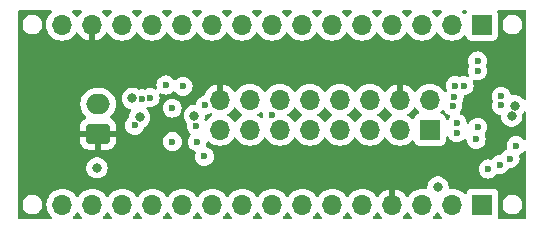
<source format=gbr>
%TF.GenerationSoftware,KiCad,Pcbnew,7.0.8*%
%TF.CreationDate,2023-10-11T21:33:04+02:00*%
%TF.ProjectId,LvL_shifter_shield,4c764c5f-7368-4696-9674-65725f736869,rev?*%
%TF.SameCoordinates,Original*%
%TF.FileFunction,Copper,L5,Inr*%
%TF.FilePolarity,Positive*%
%FSLAX46Y46*%
G04 Gerber Fmt 4.6, Leading zero omitted, Abs format (unit mm)*
G04 Created by KiCad (PCBNEW 7.0.8) date 2023-10-11 21:33:04*
%MOMM*%
%LPD*%
G01*
G04 APERTURE LIST*
G04 Aperture macros list*
%AMRoundRect*
0 Rectangle with rounded corners*
0 $1 Rounding radius*
0 $2 $3 $4 $5 $6 $7 $8 $9 X,Y pos of 4 corners*
0 Add a 4 corners polygon primitive as box body*
4,1,4,$2,$3,$4,$5,$6,$7,$8,$9,$2,$3,0*
0 Add four circle primitives for the rounded corners*
1,1,$1+$1,$2,$3*
1,1,$1+$1,$4,$5*
1,1,$1+$1,$6,$7*
1,1,$1+$1,$8,$9*
0 Add four rect primitives between the rounded corners*
20,1,$1+$1,$2,$3,$4,$5,0*
20,1,$1+$1,$4,$5,$6,$7,0*
20,1,$1+$1,$6,$7,$8,$9,0*
20,1,$1+$1,$8,$9,$2,$3,0*%
G04 Aperture macros list end*
%TA.AperFunction,ComponentPad*%
%ADD10RoundRect,0.250000X0.750000X-0.600000X0.750000X0.600000X-0.750000X0.600000X-0.750000X-0.600000X0*%
%TD*%
%TA.AperFunction,ComponentPad*%
%ADD11O,2.000000X1.700000*%
%TD*%
%TA.AperFunction,ComponentPad*%
%ADD12R,1.700000X1.700000*%
%TD*%
%TA.AperFunction,ComponentPad*%
%ADD13O,1.700000X1.700000*%
%TD*%
%TA.AperFunction,ViaPad*%
%ADD14C,0.800000*%
%TD*%
%TA.AperFunction,ViaPad*%
%ADD15C,0.600000*%
%TD*%
G04 APERTURE END LIST*
D10*
%TO.N,GND*%
%TO.C,J4*%
X109067600Y-87325200D03*
D11*
%TO.N,+5V*%
X109067600Y-84825200D03*
%TD*%
D12*
%TO.N,Net-(J1-Pin_1)*%
%TO.C,J1*%
X137160000Y-86995000D03*
D13*
%TO.N,Net-(J1-Pin_2)*%
X137160000Y-84455000D03*
%TO.N,Net-(J1-Pin_3)*%
X134620000Y-86995000D03*
%TO.N,GND*%
X134620000Y-84455000D03*
%TO.N,Net-(J1-Pin_5)*%
X132080000Y-86995000D03*
%TO.N,Net-(J1-Pin_6)*%
X132080000Y-84455000D03*
%TO.N,Net-(J1-Pin_7)*%
X129540000Y-86995000D03*
%TO.N,Net-(J1-Pin_8)*%
X129540000Y-84455000D03*
%TO.N,Net-(J1-Pin_9)*%
X127000000Y-86995000D03*
%TO.N,Net-(J1-Pin_10)*%
X127000000Y-84455000D03*
%TO.N,Net-(J1-Pin_11)*%
X124460000Y-86995000D03*
%TO.N,Net-(J1-Pin_12)*%
X124460000Y-84455000D03*
%TO.N,Net-(J1-Pin_13)*%
X121920000Y-86995000D03*
%TO.N,Net-(J1-Pin_14)*%
X121920000Y-84455000D03*
%TO.N,Net-(J1-Pin_15)*%
X119380000Y-86995000D03*
%TO.N,GND*%
X119380000Y-84455000D03*
%TD*%
D12*
%TO.N,unconnected-(J3-Pin_1-Pad1)*%
%TO.C,J3*%
X141605000Y-93345000D03*
D13*
%TO.N,unconnected-(J3-Pin_2-Pad2)*%
X139065000Y-93345000D03*
%TO.N,unconnected-(J3-Pin_3-Pad3)*%
X136525000Y-93345000D03*
%TO.N,GND*%
X133985000Y-93345000D03*
%TO.N,Net-(J3-Pin_5)*%
X131445000Y-93345000D03*
%TO.N,Net-(J3-Pin_6)*%
X128905000Y-93345000D03*
%TO.N,Net-(J3-Pin_7)*%
X126365000Y-93345000D03*
%TO.N,Net-(J3-Pin_8)*%
X123825000Y-93345000D03*
%TO.N,Net-(J3-Pin_9)*%
X121285000Y-93345000D03*
%TO.N,Net-(J3-Pin_10)*%
X118745000Y-93345000D03*
%TO.N,unconnected-(J3-Pin_11-Pad11)*%
X116205000Y-93345000D03*
%TO.N,Net-(J3-Pin_12)*%
X113665000Y-93345000D03*
%TO.N,Net-(J3-Pin_13)*%
X111125000Y-93345000D03*
%TO.N,Net-(J3-Pin_14)*%
X108585000Y-93345000D03*
%TO.N,unconnected-(J3-Pin_15-Pad15)*%
X106045000Y-93345000D03*
%TD*%
D12*
%TO.N,unconnected-(J2-Pin_1-Pad1)*%
%TO.C,J2*%
X141575000Y-78105000D03*
D13*
%TO.N,+3.3V*%
X139035000Y-78105000D03*
%TO.N,unconnected-(J2-Pin_3-Pad3)*%
X136495000Y-78105000D03*
%TO.N,Net-(J2-Pin_4)*%
X133955000Y-78105000D03*
%TO.N,Net-(J2-Pin_5)*%
X131415000Y-78105000D03*
%TO.N,Net-(J2-Pin_6)*%
X128875000Y-78105000D03*
%TO.N,Net-(J2-Pin_7)*%
X126335000Y-78105000D03*
%TO.N,Net-(J2-Pin_8)*%
X123795000Y-78105000D03*
%TO.N,unconnected-(J2-Pin_9-Pad9)*%
X121255000Y-78105000D03*
%TO.N,unconnected-(J2-Pin_10-Pad10)*%
X118715000Y-78105000D03*
%TO.N,unconnected-(J2-Pin_11-Pad11)*%
X116175000Y-78105000D03*
%TO.N,unconnected-(J2-Pin_12-Pad12)*%
X113635000Y-78105000D03*
%TO.N,unconnected-(J2-Pin_13-Pad13)*%
X111095000Y-78105000D03*
%TO.N,GND*%
X108555000Y-78105000D03*
%TO.N,unconnected-(J2-Pin_15-Pad15)*%
X106015000Y-78105000D03*
%TD*%
D14*
%TO.N,+5V*%
X108966000Y-90220800D03*
X117217418Y-85805109D03*
X137845800Y-91846400D03*
%TO.N,GND*%
X137936900Y-81280000D03*
X113411000Y-88519000D03*
X107315000Y-80645000D03*
X120548400Y-81280000D03*
%TO.N,+3.3V*%
X144094200Y-85852000D03*
X111973957Y-84349500D03*
D15*
%TO.N,Net-(J1-Pin_1)*%
X141071600Y-87815900D03*
%TO.N,Net-(J1-Pin_2)*%
X139471400Y-87249000D03*
%TO.N,Net-(J1-Pin_3)*%
X141224000Y-86791800D03*
%TO.N,Net-(J1-Pin_5)*%
X139471400Y-86449500D03*
%TO.N,Net-(J1-Pin_6)*%
X139106900Y-85000500D03*
%TO.N,Net-(J1-Pin_7)*%
X139213273Y-84223994D03*
%TO.N,Net-(J1-Pin_8)*%
X139318127Y-83252300D03*
%TO.N,Net-(J1-Pin_9)*%
X140055600Y-83252300D03*
%TO.N,Net-(J1-Pin_10)*%
X116255800Y-83328500D03*
%TO.N,Net-(J1-Pin_11)*%
X118161541Y-84911459D03*
%TO.N,Net-(J1-Pin_12)*%
X123799600Y-85725000D03*
%TO.N,Net-(J1-Pin_13)*%
X118059200Y-89255600D03*
%TO.N,Net-(J1-Pin_14)*%
X117398800Y-86690200D03*
%TO.N,Net-(J1-Pin_15)*%
X117449600Y-88011000D03*
%TO.N,Net-(J2-Pin_4)*%
X141198600Y-81178400D03*
%TO.N,Net-(J2-Pin_5)*%
X114808000Y-83210400D03*
%TO.N,Net-(J2-Pin_6)*%
X113471413Y-84285500D03*
%TO.N,Net-(J2-Pin_7)*%
X112773200Y-84369864D03*
%TO.N,Net-(J2-Pin_8)*%
X141198600Y-82016600D03*
%TO.N,Net-(J3-Pin_5)*%
X142087600Y-90322400D03*
%TO.N,Net-(J3-Pin_6)*%
X143078200Y-89941400D03*
%TO.N,Net-(J3-Pin_7)*%
X143941800Y-89433400D03*
%TO.N,Net-(J3-Pin_8)*%
X144475200Y-88341200D03*
%TO.N,Net-(J3-Pin_9)*%
X143214100Y-84939103D03*
%TO.N,Net-(J3-Pin_10)*%
X143205200Y-84175600D03*
%TO.N,Net-(J3-Pin_12)*%
X115341400Y-85166200D03*
%TO.N,Net-(J3-Pin_13)*%
X112166400Y-86635500D03*
%TO.N,Net-(J3-Pin_14)*%
X115366800Y-87994500D03*
D14*
%TO.N,Net-(U1-OE)*%
X144373600Y-84963000D03*
%TO.N,Net-(U2-OE)*%
X112582201Y-85952628D03*
%TD*%
%TA.AperFunction,Conductor*%
%TO.N,GND*%
G36*
X105117380Y-76880085D02*
G01*
X105163135Y-76932889D01*
X105173079Y-77002047D01*
X105144054Y-77065603D01*
X105138022Y-77072081D01*
X104976505Y-77233597D01*
X104840965Y-77427169D01*
X104840964Y-77427171D01*
X104741098Y-77641335D01*
X104741094Y-77641344D01*
X104679938Y-77869586D01*
X104679936Y-77869596D01*
X104659341Y-78104999D01*
X104659341Y-78105000D01*
X104679936Y-78340403D01*
X104679938Y-78340413D01*
X104741094Y-78568655D01*
X104741096Y-78568659D01*
X104741097Y-78568663D01*
X104820801Y-78739588D01*
X104840965Y-78782830D01*
X104840967Y-78782834D01*
X104923813Y-78901149D01*
X104976505Y-78976401D01*
X105143599Y-79143495D01*
X105240384Y-79211265D01*
X105337165Y-79279032D01*
X105337167Y-79279033D01*
X105337170Y-79279035D01*
X105551337Y-79378903D01*
X105779592Y-79440063D01*
X105956034Y-79455500D01*
X106014999Y-79460659D01*
X106015000Y-79460659D01*
X106015001Y-79460659D01*
X106073966Y-79455500D01*
X106250408Y-79440063D01*
X106478663Y-79378903D01*
X106692830Y-79279035D01*
X106886401Y-79143495D01*
X107053495Y-78976401D01*
X107183730Y-78790405D01*
X107238307Y-78746781D01*
X107307805Y-78739587D01*
X107370160Y-78771110D01*
X107386879Y-78790405D01*
X107516890Y-78976078D01*
X107683917Y-79143105D01*
X107877421Y-79278600D01*
X108091507Y-79378429D01*
X108091516Y-79378433D01*
X108305000Y-79435634D01*
X108305000Y-78540501D01*
X108412685Y-78589680D01*
X108519237Y-78605000D01*
X108590763Y-78605000D01*
X108697315Y-78589680D01*
X108805000Y-78540501D01*
X108805000Y-79435633D01*
X109018483Y-79378433D01*
X109018492Y-79378429D01*
X109232578Y-79278600D01*
X109426082Y-79143105D01*
X109593105Y-78976082D01*
X109723119Y-78790405D01*
X109777696Y-78746781D01*
X109847195Y-78739588D01*
X109909549Y-78771110D01*
X109926269Y-78790405D01*
X110056505Y-78976401D01*
X110223599Y-79143495D01*
X110320384Y-79211265D01*
X110417165Y-79279032D01*
X110417167Y-79279033D01*
X110417170Y-79279035D01*
X110631337Y-79378903D01*
X110859592Y-79440063D01*
X111036034Y-79455500D01*
X111094999Y-79460659D01*
X111095000Y-79460659D01*
X111095001Y-79460659D01*
X111153966Y-79455500D01*
X111330408Y-79440063D01*
X111558663Y-79378903D01*
X111772830Y-79279035D01*
X111966401Y-79143495D01*
X112133495Y-78976401D01*
X112263425Y-78790842D01*
X112318002Y-78747217D01*
X112387500Y-78740023D01*
X112449855Y-78771546D01*
X112466575Y-78790842D01*
X112596500Y-78976395D01*
X112596505Y-78976401D01*
X112763599Y-79143495D01*
X112860384Y-79211265D01*
X112957165Y-79279032D01*
X112957167Y-79279033D01*
X112957170Y-79279035D01*
X113171337Y-79378903D01*
X113399592Y-79440063D01*
X113576034Y-79455500D01*
X113634999Y-79460659D01*
X113635000Y-79460659D01*
X113635001Y-79460659D01*
X113693966Y-79455500D01*
X113870408Y-79440063D01*
X114098663Y-79378903D01*
X114312830Y-79279035D01*
X114506401Y-79143495D01*
X114673495Y-78976401D01*
X114803425Y-78790842D01*
X114858002Y-78747217D01*
X114927500Y-78740023D01*
X114989855Y-78771546D01*
X115006575Y-78790842D01*
X115136500Y-78976395D01*
X115136505Y-78976401D01*
X115303599Y-79143495D01*
X115400384Y-79211265D01*
X115497165Y-79279032D01*
X115497167Y-79279033D01*
X115497170Y-79279035D01*
X115711337Y-79378903D01*
X115939592Y-79440063D01*
X116116034Y-79455500D01*
X116174999Y-79460659D01*
X116175000Y-79460659D01*
X116175001Y-79460659D01*
X116233966Y-79455500D01*
X116410408Y-79440063D01*
X116638663Y-79378903D01*
X116852830Y-79279035D01*
X117046401Y-79143495D01*
X117213495Y-78976401D01*
X117343425Y-78790842D01*
X117398002Y-78747217D01*
X117467500Y-78740023D01*
X117529855Y-78771546D01*
X117546575Y-78790842D01*
X117676500Y-78976395D01*
X117676505Y-78976401D01*
X117843599Y-79143495D01*
X117940384Y-79211265D01*
X118037165Y-79279032D01*
X118037167Y-79279033D01*
X118037170Y-79279035D01*
X118251337Y-79378903D01*
X118479592Y-79440063D01*
X118656034Y-79455500D01*
X118714999Y-79460659D01*
X118715000Y-79460659D01*
X118715001Y-79460659D01*
X118773966Y-79455500D01*
X118950408Y-79440063D01*
X119178663Y-79378903D01*
X119392830Y-79279035D01*
X119586401Y-79143495D01*
X119753495Y-78976401D01*
X119883425Y-78790842D01*
X119938002Y-78747217D01*
X120007500Y-78740023D01*
X120069855Y-78771546D01*
X120086575Y-78790842D01*
X120216500Y-78976395D01*
X120216505Y-78976401D01*
X120383599Y-79143495D01*
X120480384Y-79211265D01*
X120577165Y-79279032D01*
X120577167Y-79279033D01*
X120577170Y-79279035D01*
X120791337Y-79378903D01*
X121019592Y-79440063D01*
X121196034Y-79455500D01*
X121254999Y-79460659D01*
X121255000Y-79460659D01*
X121255001Y-79460659D01*
X121313966Y-79455500D01*
X121490408Y-79440063D01*
X121718663Y-79378903D01*
X121932830Y-79279035D01*
X122126401Y-79143495D01*
X122293495Y-78976401D01*
X122423425Y-78790842D01*
X122478002Y-78747217D01*
X122547500Y-78740023D01*
X122609855Y-78771546D01*
X122626575Y-78790842D01*
X122756500Y-78976395D01*
X122756505Y-78976401D01*
X122923599Y-79143495D01*
X123020384Y-79211265D01*
X123117165Y-79279032D01*
X123117167Y-79279033D01*
X123117170Y-79279035D01*
X123331337Y-79378903D01*
X123559592Y-79440063D01*
X123736034Y-79455500D01*
X123794999Y-79460659D01*
X123795000Y-79460659D01*
X123795001Y-79460659D01*
X123853966Y-79455500D01*
X124030408Y-79440063D01*
X124258663Y-79378903D01*
X124472830Y-79279035D01*
X124666401Y-79143495D01*
X124833495Y-78976401D01*
X124963425Y-78790842D01*
X125018002Y-78747217D01*
X125087500Y-78740023D01*
X125149855Y-78771546D01*
X125166575Y-78790842D01*
X125296500Y-78976395D01*
X125296505Y-78976401D01*
X125463599Y-79143495D01*
X125560384Y-79211265D01*
X125657165Y-79279032D01*
X125657167Y-79279033D01*
X125657170Y-79279035D01*
X125871337Y-79378903D01*
X126099592Y-79440063D01*
X126276034Y-79455500D01*
X126334999Y-79460659D01*
X126335000Y-79460659D01*
X126335001Y-79460659D01*
X126393966Y-79455500D01*
X126570408Y-79440063D01*
X126798663Y-79378903D01*
X127012830Y-79279035D01*
X127206401Y-79143495D01*
X127373495Y-78976401D01*
X127503425Y-78790842D01*
X127558002Y-78747217D01*
X127627500Y-78740023D01*
X127689855Y-78771546D01*
X127706575Y-78790842D01*
X127836500Y-78976395D01*
X127836505Y-78976401D01*
X128003599Y-79143495D01*
X128100384Y-79211265D01*
X128197165Y-79279032D01*
X128197167Y-79279033D01*
X128197170Y-79279035D01*
X128411337Y-79378903D01*
X128639592Y-79440063D01*
X128816034Y-79455500D01*
X128874999Y-79460659D01*
X128875000Y-79460659D01*
X128875001Y-79460659D01*
X128933966Y-79455500D01*
X129110408Y-79440063D01*
X129338663Y-79378903D01*
X129552830Y-79279035D01*
X129746401Y-79143495D01*
X129913495Y-78976401D01*
X130043425Y-78790842D01*
X130098002Y-78747217D01*
X130167500Y-78740023D01*
X130229855Y-78771546D01*
X130246575Y-78790842D01*
X130376500Y-78976395D01*
X130376505Y-78976401D01*
X130543599Y-79143495D01*
X130640384Y-79211265D01*
X130737165Y-79279032D01*
X130737167Y-79279033D01*
X130737170Y-79279035D01*
X130951337Y-79378903D01*
X131179592Y-79440063D01*
X131356034Y-79455500D01*
X131414999Y-79460659D01*
X131415000Y-79460659D01*
X131415001Y-79460659D01*
X131473966Y-79455500D01*
X131650408Y-79440063D01*
X131878663Y-79378903D01*
X132092830Y-79279035D01*
X132286401Y-79143495D01*
X132453495Y-78976401D01*
X132583425Y-78790842D01*
X132638002Y-78747217D01*
X132707500Y-78740023D01*
X132769855Y-78771546D01*
X132786575Y-78790842D01*
X132916500Y-78976395D01*
X132916505Y-78976401D01*
X133083599Y-79143495D01*
X133180384Y-79211265D01*
X133277165Y-79279032D01*
X133277167Y-79279033D01*
X133277170Y-79279035D01*
X133491337Y-79378903D01*
X133719592Y-79440063D01*
X133896034Y-79455500D01*
X133954999Y-79460659D01*
X133955000Y-79460659D01*
X133955001Y-79460659D01*
X134013966Y-79455500D01*
X134190408Y-79440063D01*
X134418663Y-79378903D01*
X134632830Y-79279035D01*
X134826401Y-79143495D01*
X134993495Y-78976401D01*
X135123425Y-78790842D01*
X135178002Y-78747217D01*
X135247500Y-78740023D01*
X135309855Y-78771546D01*
X135326575Y-78790842D01*
X135456500Y-78976395D01*
X135456505Y-78976401D01*
X135623599Y-79143495D01*
X135720384Y-79211265D01*
X135817165Y-79279032D01*
X135817167Y-79279033D01*
X135817170Y-79279035D01*
X136031337Y-79378903D01*
X136259592Y-79440063D01*
X136436034Y-79455500D01*
X136494999Y-79460659D01*
X136495000Y-79460659D01*
X136495001Y-79460659D01*
X136553966Y-79455500D01*
X136730408Y-79440063D01*
X136958663Y-79378903D01*
X137172830Y-79279035D01*
X137366401Y-79143495D01*
X137533495Y-78976401D01*
X137663425Y-78790842D01*
X137718002Y-78747217D01*
X137787500Y-78740023D01*
X137849855Y-78771546D01*
X137866575Y-78790842D01*
X137996500Y-78976395D01*
X137996505Y-78976401D01*
X138163599Y-79143495D01*
X138260384Y-79211265D01*
X138357165Y-79279032D01*
X138357167Y-79279033D01*
X138357170Y-79279035D01*
X138571337Y-79378903D01*
X138799592Y-79440063D01*
X138976034Y-79455500D01*
X139034999Y-79460659D01*
X139035000Y-79460659D01*
X139035001Y-79460659D01*
X139093966Y-79455500D01*
X139270408Y-79440063D01*
X139498663Y-79378903D01*
X139712830Y-79279035D01*
X139906401Y-79143495D01*
X140028329Y-79021566D01*
X140089648Y-78988084D01*
X140159340Y-78993068D01*
X140215274Y-79034939D01*
X140232189Y-79065917D01*
X140281202Y-79197328D01*
X140281206Y-79197335D01*
X140367452Y-79312544D01*
X140367455Y-79312547D01*
X140482664Y-79398793D01*
X140482671Y-79398797D01*
X140617517Y-79449091D01*
X140617516Y-79449091D01*
X140624444Y-79449835D01*
X140677127Y-79455500D01*
X142472872Y-79455499D01*
X142532483Y-79449091D01*
X142667331Y-79398796D01*
X142782546Y-79312546D01*
X142868796Y-79197331D01*
X142919091Y-79062483D01*
X142925500Y-79002873D01*
X142925499Y-78105000D01*
X143314953Y-78105000D01*
X143333092Y-78277576D01*
X143333093Y-78277579D01*
X143386712Y-78442608D01*
X143473477Y-78592887D01*
X143473476Y-78592887D01*
X143585879Y-78717723D01*
X143589590Y-78721845D01*
X143723364Y-78819038D01*
X143729976Y-78823842D01*
X143888495Y-78894420D01*
X143888498Y-78894421D01*
X143888499Y-78894421D01*
X143888501Y-78894422D01*
X143915933Y-78900252D01*
X143919594Y-78901149D01*
X143923628Y-78902269D01*
X143923638Y-78902273D01*
X143930096Y-78903331D01*
X143932899Y-78903859D01*
X144058236Y-78930500D01*
X144058237Y-78930500D01*
X144085723Y-78930500D01*
X144093478Y-78931130D01*
X144093493Y-78930855D01*
X144100194Y-78931217D01*
X144100204Y-78931219D01*
X144111788Y-78930590D01*
X144115142Y-78930500D01*
X144231760Y-78930500D01*
X144231764Y-78930500D01*
X144262850Y-78923892D01*
X144272231Y-78922650D01*
X144272227Y-78922620D01*
X144278854Y-78921532D01*
X144278864Y-78921532D01*
X144293099Y-78917579D01*
X144296712Y-78916694D01*
X144401499Y-78894422D01*
X144434517Y-78879721D01*
X144450197Y-78874090D01*
X144451250Y-78873669D01*
X144451264Y-78873666D01*
X144465900Y-78865905D01*
X144469679Y-78864066D01*
X144560024Y-78823842D01*
X144596399Y-78797413D01*
X144603794Y-78792799D01*
X144609344Y-78789857D01*
X144622610Y-78778587D01*
X144626269Y-78775711D01*
X144700410Y-78721845D01*
X144733395Y-78685210D01*
X144739321Y-78679453D01*
X144745712Y-78674025D01*
X144756351Y-78660029D01*
X144759572Y-78656138D01*
X144816522Y-78592889D01*
X144843415Y-78546309D01*
X144847723Y-78539830D01*
X144853991Y-78531586D01*
X144861203Y-78515995D01*
X144863741Y-78511103D01*
X144903286Y-78442611D01*
X144921330Y-78387073D01*
X144924012Y-78380238D01*
X144929119Y-78369200D01*
X144932634Y-78353229D01*
X144934215Y-78347418D01*
X144936493Y-78340408D01*
X144956908Y-78277576D01*
X144963513Y-78214731D01*
X144964614Y-78207943D01*
X144967582Y-78194461D01*
X144968188Y-78172019D01*
X144968503Y-78167256D01*
X144975047Y-78105000D01*
X144968500Y-78042717D01*
X144968188Y-78037979D01*
X144967582Y-78015539D01*
X144964615Y-78002061D01*
X144963511Y-77995245D01*
X144956908Y-77932424D01*
X144934213Y-77862577D01*
X144932630Y-77856750D01*
X144929120Y-77840804D01*
X144929119Y-77840803D01*
X144929119Y-77840800D01*
X144924018Y-77829774D01*
X144921324Y-77822907D01*
X144903286Y-77767389D01*
X144881746Y-77730082D01*
X144863761Y-77698929D01*
X144861183Y-77693959D01*
X144853991Y-77678414D01*
X144847736Y-77670186D01*
X144843404Y-77663671D01*
X144816522Y-77617111D01*
X144759592Y-77553884D01*
X144756324Y-77549935D01*
X144745712Y-77535975D01*
X144745710Y-77535973D01*
X144739330Y-77530554D01*
X144733390Y-77524782D01*
X144700411Y-77488156D01*
X144675390Y-77469977D01*
X144626285Y-77434299D01*
X144622596Y-77431399D01*
X144609347Y-77420145D01*
X144609346Y-77420144D01*
X144608308Y-77419594D01*
X144603794Y-77417200D01*
X144596401Y-77412587D01*
X144577821Y-77399088D01*
X144560028Y-77386160D01*
X144469704Y-77345945D01*
X144465880Y-77344083D01*
X144451264Y-77336334D01*
X144451261Y-77336333D01*
X144450243Y-77335927D01*
X144434503Y-77330272D01*
X144420129Y-77323872D01*
X144401498Y-77315577D01*
X144296760Y-77293315D01*
X144293066Y-77292411D01*
X144278862Y-77288467D01*
X144272229Y-77287380D01*
X144272233Y-77287350D01*
X144262849Y-77286106D01*
X144231766Y-77279500D01*
X144231764Y-77279500D01*
X144115142Y-77279500D01*
X144111788Y-77279409D01*
X144100204Y-77278781D01*
X144093493Y-77279145D01*
X144093478Y-77278869D01*
X144085723Y-77279500D01*
X144058232Y-77279500D01*
X143932932Y-77306134D01*
X143930074Y-77306671D01*
X143923632Y-77307727D01*
X143919580Y-77308852D01*
X143915897Y-77309753D01*
X143888502Y-77315577D01*
X143729977Y-77386158D01*
X143729972Y-77386160D01*
X143589591Y-77488153D01*
X143589589Y-77488155D01*
X143473477Y-77617112D01*
X143386712Y-77767391D01*
X143334695Y-77927489D01*
X143333092Y-77932424D01*
X143314953Y-78105000D01*
X142925499Y-78105000D01*
X142925499Y-77207128D01*
X142919091Y-77147517D01*
X142919091Y-77147516D01*
X142874415Y-77027733D01*
X142869431Y-76958041D01*
X142902916Y-76896718D01*
X142964240Y-76863234D01*
X142990597Y-76860400D01*
X145214800Y-76860400D01*
X145281839Y-76880085D01*
X145327594Y-76932889D01*
X145338800Y-76984400D01*
X145338800Y-84371000D01*
X145319115Y-84438039D01*
X145266311Y-84483794D01*
X145197153Y-84493738D01*
X145133597Y-84464713D01*
X145107414Y-84433003D01*
X145106132Y-84430783D01*
X145043783Y-84361537D01*
X144979471Y-84290112D01*
X144979470Y-84290111D01*
X144826334Y-84178851D01*
X144826329Y-84178848D01*
X144653407Y-84101857D01*
X144653402Y-84101855D01*
X144489685Y-84067057D01*
X144468246Y-84062500D01*
X144278954Y-84062500D01*
X144137800Y-84092503D01*
X144068133Y-84087186D01*
X144012400Y-84045048D01*
X143993002Y-84002871D01*
X143992868Y-84002918D01*
X143992372Y-84001503D01*
X143991126Y-83998792D01*
X143990567Y-83996342D01*
X143975682Y-83953804D01*
X143930989Y-83826078D01*
X143927155Y-83819977D01*
X143859725Y-83712662D01*
X143835016Y-83673338D01*
X143707462Y-83545784D01*
X143554723Y-83449811D01*
X143384454Y-83390231D01*
X143384449Y-83390230D01*
X143205204Y-83370035D01*
X143205196Y-83370035D01*
X143025950Y-83390230D01*
X143025945Y-83390231D01*
X142855676Y-83449811D01*
X142702937Y-83545784D01*
X142575384Y-83673337D01*
X142479411Y-83826076D01*
X142419831Y-83996345D01*
X142419830Y-83996350D01*
X142399635Y-84175596D01*
X142399635Y-84175603D01*
X142419830Y-84354849D01*
X142419832Y-84354857D01*
X142480807Y-84529115D01*
X142484368Y-84598894D01*
X142480807Y-84611023D01*
X142428732Y-84759845D01*
X142428730Y-84759853D01*
X142408535Y-84939099D01*
X142408535Y-84939106D01*
X142428730Y-85118352D01*
X142428731Y-85118357D01*
X142488311Y-85288626D01*
X142526889Y-85350022D01*
X142584284Y-85441365D01*
X142711838Y-85568919D01*
X142864578Y-85664892D01*
X143034845Y-85724471D01*
X143078623Y-85729403D01*
X143143035Y-85756468D01*
X143182592Y-85814061D01*
X143187617Y-85845583D01*
X143188061Y-85845537D01*
X143188740Y-85851998D01*
X143188740Y-85852000D01*
X143208526Y-86040256D01*
X143208527Y-86040259D01*
X143267018Y-86220277D01*
X143267021Y-86220284D01*
X143361667Y-86384216D01*
X143452273Y-86484844D01*
X143488329Y-86524888D01*
X143641465Y-86636148D01*
X143641470Y-86636151D01*
X143814392Y-86713142D01*
X143814397Y-86713144D01*
X143999554Y-86752500D01*
X143999555Y-86752500D01*
X144188844Y-86752500D01*
X144188846Y-86752500D01*
X144374003Y-86713144D01*
X144546930Y-86636151D01*
X144700071Y-86524888D01*
X144826733Y-86384216D01*
X144921379Y-86220284D01*
X144979874Y-86040256D01*
X144999660Y-85852000D01*
X144982980Y-85693301D01*
X144995549Y-85624575D01*
X145014149Y-85597373D01*
X145106133Y-85495216D01*
X145107411Y-85493001D01*
X145108488Y-85491974D01*
X145109955Y-85489956D01*
X145110324Y-85490224D01*
X145157977Y-85444785D01*
X145226583Y-85431560D01*
X145291449Y-85457526D01*
X145331979Y-85514439D01*
X145338800Y-85554999D01*
X145338800Y-87780589D01*
X145319115Y-87847628D01*
X145266311Y-87893383D01*
X145197153Y-87903327D01*
X145133597Y-87874302D01*
X145109808Y-87846563D01*
X145105019Y-87838942D01*
X145105015Y-87838937D01*
X144977462Y-87711384D01*
X144824723Y-87615411D01*
X144654454Y-87555831D01*
X144654449Y-87555830D01*
X144475204Y-87535635D01*
X144475196Y-87535635D01*
X144295950Y-87555830D01*
X144295945Y-87555831D01*
X144125676Y-87615411D01*
X143972937Y-87711384D01*
X143845384Y-87838937D01*
X143749411Y-87991676D01*
X143689831Y-88161945D01*
X143689830Y-88161950D01*
X143669635Y-88341196D01*
X143669635Y-88341203D01*
X143689830Y-88520449D01*
X143689833Y-88520461D01*
X143696580Y-88539743D01*
X143700141Y-88609522D01*
X143665411Y-88670149D01*
X143620496Y-88697736D01*
X143592280Y-88707610D01*
X143592275Y-88707612D01*
X143439537Y-88803584D01*
X143311984Y-88931137D01*
X143311979Y-88931143D01*
X143217863Y-89080928D01*
X143165529Y-89127219D01*
X143098990Y-89138177D01*
X143083440Y-89136425D01*
X143078200Y-89135835D01*
X143078199Y-89135835D01*
X143078196Y-89135835D01*
X142898950Y-89156030D01*
X142898945Y-89156031D01*
X142728676Y-89215611D01*
X142575937Y-89311584D01*
X142448382Y-89439139D01*
X142448378Y-89439144D01*
X142417849Y-89487730D01*
X142365514Y-89534020D01*
X142296460Y-89544667D01*
X142271906Y-89538799D01*
X142266853Y-89537031D01*
X142087604Y-89516835D01*
X142087596Y-89516835D01*
X141908350Y-89537030D01*
X141908345Y-89537031D01*
X141738076Y-89596611D01*
X141585337Y-89692584D01*
X141457784Y-89820137D01*
X141361811Y-89972876D01*
X141302231Y-90143145D01*
X141302230Y-90143150D01*
X141282035Y-90322396D01*
X141282035Y-90322403D01*
X141302230Y-90501649D01*
X141302231Y-90501654D01*
X141361811Y-90671923D01*
X141427253Y-90776072D01*
X141457784Y-90824662D01*
X141585338Y-90952216D01*
X141738078Y-91048189D01*
X141908345Y-91107768D01*
X141908350Y-91107769D01*
X142087596Y-91127965D01*
X142087600Y-91127965D01*
X142087604Y-91127965D01*
X142266849Y-91107769D01*
X142266852Y-91107768D01*
X142266855Y-91107768D01*
X142437122Y-91048189D01*
X142589862Y-90952216D01*
X142717416Y-90824662D01*
X142747947Y-90776072D01*
X142800281Y-90729780D01*
X142869334Y-90719131D01*
X142893898Y-90725002D01*
X142898945Y-90726768D01*
X142898948Y-90726768D01*
X142898950Y-90726769D01*
X143078196Y-90746965D01*
X143078200Y-90746965D01*
X143078204Y-90746965D01*
X143257449Y-90726769D01*
X143257452Y-90726768D01*
X143257455Y-90726768D01*
X143427722Y-90667189D01*
X143580462Y-90571216D01*
X143708016Y-90443662D01*
X143802136Y-90293870D01*
X143854471Y-90247580D01*
X143921014Y-90236623D01*
X143928899Y-90237511D01*
X143941799Y-90238965D01*
X143941800Y-90238965D01*
X143941804Y-90238965D01*
X144121049Y-90218769D01*
X144121052Y-90218768D01*
X144121055Y-90218768D01*
X144291322Y-90159189D01*
X144444062Y-90063216D01*
X144571616Y-89935662D01*
X144667589Y-89782922D01*
X144727168Y-89612655D01*
X144734463Y-89547911D01*
X144747365Y-89433403D01*
X144747365Y-89433396D01*
X144727169Y-89254153D01*
X144727168Y-89254151D01*
X144727168Y-89254145D01*
X144720418Y-89234857D01*
X144716856Y-89165080D01*
X144751585Y-89104452D01*
X144796505Y-89076862D01*
X144824722Y-89066989D01*
X144977462Y-88971016D01*
X145105016Y-88843462D01*
X145109806Y-88835839D01*
X145162140Y-88789547D01*
X145231193Y-88778898D01*
X145295042Y-88807273D01*
X145333414Y-88865662D01*
X145338800Y-88901810D01*
X145338800Y-94414800D01*
X145319115Y-94481839D01*
X145266311Y-94527594D01*
X145214800Y-94538800D01*
X143039544Y-94538800D01*
X142972505Y-94519115D01*
X142926750Y-94466311D01*
X142916806Y-94397153D01*
X142923362Y-94371467D01*
X142949091Y-94302482D01*
X142955500Y-94242873D01*
X142955499Y-93345000D01*
X143314953Y-93345000D01*
X143333092Y-93517576D01*
X143333093Y-93517579D01*
X143386712Y-93682608D01*
X143473477Y-93832887D01*
X143473476Y-93832887D01*
X143585879Y-93957723D01*
X143589590Y-93961845D01*
X143723364Y-94059038D01*
X143729976Y-94063842D01*
X143888495Y-94134420D01*
X143888498Y-94134421D01*
X143888499Y-94134421D01*
X143888501Y-94134422D01*
X143915933Y-94140252D01*
X143919594Y-94141149D01*
X143923628Y-94142269D01*
X143923638Y-94142273D01*
X143930096Y-94143331D01*
X143932899Y-94143859D01*
X144058236Y-94170500D01*
X144058237Y-94170500D01*
X144085723Y-94170500D01*
X144093478Y-94171130D01*
X144093493Y-94170855D01*
X144100194Y-94171217D01*
X144100204Y-94171219D01*
X144111788Y-94170590D01*
X144115142Y-94170500D01*
X144231760Y-94170500D01*
X144231764Y-94170500D01*
X144262850Y-94163892D01*
X144272231Y-94162650D01*
X144272227Y-94162620D01*
X144278854Y-94161532D01*
X144278864Y-94161532D01*
X144293099Y-94157579D01*
X144296712Y-94156694D01*
X144401499Y-94134422D01*
X144434517Y-94119721D01*
X144450197Y-94114090D01*
X144451250Y-94113669D01*
X144451264Y-94113666D01*
X144465900Y-94105905D01*
X144469679Y-94104066D01*
X144560024Y-94063842D01*
X144596399Y-94037413D01*
X144603794Y-94032799D01*
X144609344Y-94029857D01*
X144622610Y-94018587D01*
X144626269Y-94015711D01*
X144700410Y-93961845D01*
X144733395Y-93925210D01*
X144739321Y-93919453D01*
X144745712Y-93914025D01*
X144756351Y-93900029D01*
X144759572Y-93896138D01*
X144816522Y-93832889D01*
X144843415Y-93786309D01*
X144847723Y-93779830D01*
X144853991Y-93771586D01*
X144861203Y-93755995D01*
X144863741Y-93751103D01*
X144903286Y-93682611D01*
X144921330Y-93627073D01*
X144924012Y-93620238D01*
X144929119Y-93609200D01*
X144932634Y-93593229D01*
X144934215Y-93587418D01*
X144956908Y-93517576D01*
X144963513Y-93454731D01*
X144964614Y-93447943D01*
X144967582Y-93434461D01*
X144968188Y-93412019D01*
X144968503Y-93407256D01*
X144975047Y-93345000D01*
X144968500Y-93282717D01*
X144968188Y-93277979D01*
X144967582Y-93255539D01*
X144964615Y-93242061D01*
X144963511Y-93235245D01*
X144956908Y-93172424D01*
X144934213Y-93102577D01*
X144932630Y-93096750D01*
X144929120Y-93080804D01*
X144929119Y-93080803D01*
X144929119Y-93080800D01*
X144924018Y-93069774D01*
X144921324Y-93062907D01*
X144903286Y-93007389D01*
X144881746Y-92970082D01*
X144863761Y-92938929D01*
X144861183Y-92933959D01*
X144853991Y-92918414D01*
X144847736Y-92910186D01*
X144843404Y-92903671D01*
X144816522Y-92857111D01*
X144759592Y-92793884D01*
X144756324Y-92789935D01*
X144745712Y-92775975D01*
X144745710Y-92775973D01*
X144739330Y-92770554D01*
X144733390Y-92764782D01*
X144700411Y-92728156D01*
X144675390Y-92709977D01*
X144626285Y-92674299D01*
X144622596Y-92671399D01*
X144609347Y-92660145D01*
X144609346Y-92660144D01*
X144608308Y-92659594D01*
X144603794Y-92657200D01*
X144596401Y-92652587D01*
X144577821Y-92639088D01*
X144560028Y-92626160D01*
X144469704Y-92585945D01*
X144465880Y-92584083D01*
X144451264Y-92576334D01*
X144451261Y-92576333D01*
X144450243Y-92575927D01*
X144434503Y-92570272D01*
X144420129Y-92563872D01*
X144401498Y-92555577D01*
X144296760Y-92533315D01*
X144293066Y-92532411D01*
X144278862Y-92528467D01*
X144272229Y-92527380D01*
X144272233Y-92527350D01*
X144262849Y-92526106D01*
X144231766Y-92519500D01*
X144231764Y-92519500D01*
X144115142Y-92519500D01*
X144111788Y-92519409D01*
X144100204Y-92518781D01*
X144093493Y-92519145D01*
X144093478Y-92518869D01*
X144085723Y-92519500D01*
X144058232Y-92519500D01*
X143932932Y-92546134D01*
X143930074Y-92546671D01*
X143923632Y-92547727D01*
X143919580Y-92548852D01*
X143915897Y-92549753D01*
X143888502Y-92555577D01*
X143729977Y-92626158D01*
X143729972Y-92626160D01*
X143589591Y-92728153D01*
X143589589Y-92728155D01*
X143473477Y-92857112D01*
X143386712Y-93007391D01*
X143333093Y-93172420D01*
X143333092Y-93172424D01*
X143314953Y-93345000D01*
X142955499Y-93345000D01*
X142955499Y-92447128D01*
X142949091Y-92387517D01*
X142947810Y-92384083D01*
X142898797Y-92252671D01*
X142898793Y-92252664D01*
X142812547Y-92137455D01*
X142812544Y-92137452D01*
X142697335Y-92051206D01*
X142697328Y-92051202D01*
X142562482Y-92000908D01*
X142562483Y-92000908D01*
X142502883Y-91994501D01*
X142502881Y-91994500D01*
X142502873Y-91994500D01*
X142502864Y-91994500D01*
X140707129Y-91994500D01*
X140707123Y-91994501D01*
X140647516Y-92000908D01*
X140512671Y-92051202D01*
X140512664Y-92051206D01*
X140397455Y-92137452D01*
X140397452Y-92137455D01*
X140311206Y-92252664D01*
X140311203Y-92252669D01*
X140262189Y-92384083D01*
X140220317Y-92440016D01*
X140154853Y-92464433D01*
X140086580Y-92449581D01*
X140058326Y-92428430D01*
X139936402Y-92306506D01*
X139936395Y-92306501D01*
X139742834Y-92170967D01*
X139742830Y-92170965D01*
X139742828Y-92170964D01*
X139528663Y-92071097D01*
X139528659Y-92071096D01*
X139528655Y-92071094D01*
X139300413Y-92009938D01*
X139300403Y-92009936D01*
X139065001Y-91989341D01*
X139064999Y-91989341D01*
X138883037Y-92005261D01*
X138814537Y-91991494D01*
X138764353Y-91942879D01*
X138748420Y-91874851D01*
X138748905Y-91868805D01*
X138751260Y-91846400D01*
X138731474Y-91658144D01*
X138672979Y-91478116D01*
X138578333Y-91314184D01*
X138451671Y-91173512D01*
X138388981Y-91127965D01*
X138298534Y-91062251D01*
X138298529Y-91062248D01*
X138125607Y-90985257D01*
X138125602Y-90985255D01*
X137979801Y-90954265D01*
X137940446Y-90945900D01*
X137751154Y-90945900D01*
X137721444Y-90952215D01*
X137565997Y-90985255D01*
X137565992Y-90985257D01*
X137393070Y-91062248D01*
X137393065Y-91062251D01*
X137239929Y-91173511D01*
X137113266Y-91314185D01*
X137018621Y-91478115D01*
X137018618Y-91478122D01*
X136960127Y-91658140D01*
X136960126Y-91658144D01*
X136940340Y-91846398D01*
X136940340Y-91846401D01*
X136944381Y-91884855D01*
X136931810Y-91953584D01*
X136884077Y-92004607D01*
X136816337Y-92021724D01*
X136788968Y-92017589D01*
X136760416Y-92009939D01*
X136760412Y-92009938D01*
X136760408Y-92009937D01*
X136760406Y-92009936D01*
X136760403Y-92009936D01*
X136525001Y-91989341D01*
X136524999Y-91989341D01*
X136289596Y-92009936D01*
X136289586Y-92009938D01*
X136061344Y-92071094D01*
X136061335Y-92071098D01*
X135847171Y-92170964D01*
X135847169Y-92170965D01*
X135653597Y-92306505D01*
X135486508Y-92473594D01*
X135356269Y-92659595D01*
X135301692Y-92703219D01*
X135232193Y-92710412D01*
X135169839Y-92678890D01*
X135153119Y-92659594D01*
X135023113Y-92473926D01*
X135023108Y-92473920D01*
X134856082Y-92306894D01*
X134662578Y-92171399D01*
X134448492Y-92071570D01*
X134448486Y-92071567D01*
X134235000Y-92014364D01*
X134235000Y-92909498D01*
X134127315Y-92860320D01*
X134020763Y-92845000D01*
X133949237Y-92845000D01*
X133842685Y-92860320D01*
X133735000Y-92909498D01*
X133735000Y-92014364D01*
X133734999Y-92014364D01*
X133521513Y-92071567D01*
X133521507Y-92071570D01*
X133307422Y-92171399D01*
X133307420Y-92171400D01*
X133113926Y-92306886D01*
X133113920Y-92306891D01*
X132946891Y-92473920D01*
X132946890Y-92473922D01*
X132816880Y-92659595D01*
X132762303Y-92703219D01*
X132692804Y-92710412D01*
X132630450Y-92678890D01*
X132613730Y-92659594D01*
X132483494Y-92473597D01*
X132316402Y-92306506D01*
X132316395Y-92306501D01*
X132122834Y-92170967D01*
X132122830Y-92170965D01*
X132122828Y-92170964D01*
X131908663Y-92071097D01*
X131908659Y-92071096D01*
X131908655Y-92071094D01*
X131680413Y-92009938D01*
X131680403Y-92009936D01*
X131445001Y-91989341D01*
X131444999Y-91989341D01*
X131209596Y-92009936D01*
X131209586Y-92009938D01*
X130981344Y-92071094D01*
X130981335Y-92071098D01*
X130767171Y-92170964D01*
X130767169Y-92170965D01*
X130573597Y-92306505D01*
X130406505Y-92473597D01*
X130276575Y-92659158D01*
X130221998Y-92702783D01*
X130152500Y-92709977D01*
X130090145Y-92678454D01*
X130073425Y-92659158D01*
X129943494Y-92473597D01*
X129776402Y-92306506D01*
X129776395Y-92306501D01*
X129582834Y-92170967D01*
X129582830Y-92170965D01*
X129582828Y-92170964D01*
X129368663Y-92071097D01*
X129368659Y-92071096D01*
X129368655Y-92071094D01*
X129140413Y-92009938D01*
X129140403Y-92009936D01*
X128905001Y-91989341D01*
X128904999Y-91989341D01*
X128669596Y-92009936D01*
X128669586Y-92009938D01*
X128441344Y-92071094D01*
X128441335Y-92071098D01*
X128227171Y-92170964D01*
X128227169Y-92170965D01*
X128033597Y-92306505D01*
X127866505Y-92473597D01*
X127736575Y-92659158D01*
X127681998Y-92702783D01*
X127612500Y-92709977D01*
X127550145Y-92678454D01*
X127533425Y-92659158D01*
X127403494Y-92473597D01*
X127236402Y-92306506D01*
X127236395Y-92306501D01*
X127042834Y-92170967D01*
X127042830Y-92170965D01*
X127042828Y-92170964D01*
X126828663Y-92071097D01*
X126828659Y-92071096D01*
X126828655Y-92071094D01*
X126600413Y-92009938D01*
X126600403Y-92009936D01*
X126365001Y-91989341D01*
X126364999Y-91989341D01*
X126129596Y-92009936D01*
X126129586Y-92009938D01*
X125901344Y-92071094D01*
X125901335Y-92071098D01*
X125687171Y-92170964D01*
X125687169Y-92170965D01*
X125493597Y-92306505D01*
X125326505Y-92473597D01*
X125196575Y-92659158D01*
X125141998Y-92702783D01*
X125072500Y-92709977D01*
X125010145Y-92678454D01*
X124993425Y-92659158D01*
X124863494Y-92473597D01*
X124696402Y-92306506D01*
X124696395Y-92306501D01*
X124502834Y-92170967D01*
X124502830Y-92170965D01*
X124502828Y-92170964D01*
X124288663Y-92071097D01*
X124288659Y-92071096D01*
X124288655Y-92071094D01*
X124060413Y-92009938D01*
X124060403Y-92009936D01*
X123825001Y-91989341D01*
X123824999Y-91989341D01*
X123589596Y-92009936D01*
X123589586Y-92009938D01*
X123361344Y-92071094D01*
X123361335Y-92071098D01*
X123147171Y-92170964D01*
X123147169Y-92170965D01*
X122953597Y-92306505D01*
X122786505Y-92473597D01*
X122656575Y-92659158D01*
X122601998Y-92702783D01*
X122532500Y-92709977D01*
X122470145Y-92678454D01*
X122453425Y-92659158D01*
X122323494Y-92473597D01*
X122156402Y-92306506D01*
X122156395Y-92306501D01*
X121962834Y-92170967D01*
X121962830Y-92170965D01*
X121962828Y-92170964D01*
X121748663Y-92071097D01*
X121748659Y-92071096D01*
X121748655Y-92071094D01*
X121520413Y-92009938D01*
X121520403Y-92009936D01*
X121285001Y-91989341D01*
X121284999Y-91989341D01*
X121049596Y-92009936D01*
X121049586Y-92009938D01*
X120821344Y-92071094D01*
X120821335Y-92071098D01*
X120607171Y-92170964D01*
X120607169Y-92170965D01*
X120413597Y-92306505D01*
X120246505Y-92473597D01*
X120116575Y-92659158D01*
X120061998Y-92702783D01*
X119992500Y-92709977D01*
X119930145Y-92678454D01*
X119913425Y-92659158D01*
X119783494Y-92473597D01*
X119616402Y-92306506D01*
X119616395Y-92306501D01*
X119422834Y-92170967D01*
X119422830Y-92170965D01*
X119422828Y-92170964D01*
X119208663Y-92071097D01*
X119208659Y-92071096D01*
X119208655Y-92071094D01*
X118980413Y-92009938D01*
X118980403Y-92009936D01*
X118745001Y-91989341D01*
X118744999Y-91989341D01*
X118509596Y-92009936D01*
X118509586Y-92009938D01*
X118281344Y-92071094D01*
X118281335Y-92071098D01*
X118067171Y-92170964D01*
X118067169Y-92170965D01*
X117873597Y-92306505D01*
X117706505Y-92473597D01*
X117576575Y-92659158D01*
X117521998Y-92702783D01*
X117452500Y-92709977D01*
X117390145Y-92678454D01*
X117373425Y-92659158D01*
X117243494Y-92473597D01*
X117076402Y-92306506D01*
X117076395Y-92306501D01*
X116882834Y-92170967D01*
X116882830Y-92170965D01*
X116882828Y-92170964D01*
X116668663Y-92071097D01*
X116668659Y-92071096D01*
X116668655Y-92071094D01*
X116440413Y-92009938D01*
X116440403Y-92009936D01*
X116205001Y-91989341D01*
X116204999Y-91989341D01*
X115969596Y-92009936D01*
X115969586Y-92009938D01*
X115741344Y-92071094D01*
X115741335Y-92071098D01*
X115527171Y-92170964D01*
X115527169Y-92170965D01*
X115333597Y-92306505D01*
X115166505Y-92473597D01*
X115036575Y-92659158D01*
X114981998Y-92702783D01*
X114912500Y-92709977D01*
X114850145Y-92678454D01*
X114833425Y-92659158D01*
X114703494Y-92473597D01*
X114536402Y-92306506D01*
X114536395Y-92306501D01*
X114342834Y-92170967D01*
X114342830Y-92170965D01*
X114342828Y-92170964D01*
X114128663Y-92071097D01*
X114128659Y-92071096D01*
X114128655Y-92071094D01*
X113900413Y-92009938D01*
X113900403Y-92009936D01*
X113665001Y-91989341D01*
X113664999Y-91989341D01*
X113429596Y-92009936D01*
X113429586Y-92009938D01*
X113201344Y-92071094D01*
X113201335Y-92071098D01*
X112987171Y-92170964D01*
X112987169Y-92170965D01*
X112793597Y-92306505D01*
X112626505Y-92473597D01*
X112496575Y-92659158D01*
X112441998Y-92702783D01*
X112372500Y-92709977D01*
X112310145Y-92678454D01*
X112293425Y-92659158D01*
X112163494Y-92473597D01*
X111996402Y-92306506D01*
X111996395Y-92306501D01*
X111802834Y-92170967D01*
X111802830Y-92170965D01*
X111802828Y-92170964D01*
X111588663Y-92071097D01*
X111588659Y-92071096D01*
X111588655Y-92071094D01*
X111360413Y-92009938D01*
X111360403Y-92009936D01*
X111125001Y-91989341D01*
X111124999Y-91989341D01*
X110889596Y-92009936D01*
X110889586Y-92009938D01*
X110661344Y-92071094D01*
X110661335Y-92071098D01*
X110447171Y-92170964D01*
X110447169Y-92170965D01*
X110253597Y-92306505D01*
X110086505Y-92473597D01*
X109956575Y-92659158D01*
X109901998Y-92702783D01*
X109832500Y-92709977D01*
X109770145Y-92678454D01*
X109753425Y-92659158D01*
X109623494Y-92473597D01*
X109456402Y-92306506D01*
X109456395Y-92306501D01*
X109262834Y-92170967D01*
X109262830Y-92170965D01*
X109262828Y-92170964D01*
X109048663Y-92071097D01*
X109048659Y-92071096D01*
X109048655Y-92071094D01*
X108820413Y-92009938D01*
X108820403Y-92009936D01*
X108585001Y-91989341D01*
X108584999Y-91989341D01*
X108349596Y-92009936D01*
X108349586Y-92009938D01*
X108121344Y-92071094D01*
X108121335Y-92071098D01*
X107907171Y-92170964D01*
X107907169Y-92170965D01*
X107713597Y-92306505D01*
X107546505Y-92473597D01*
X107416575Y-92659158D01*
X107361998Y-92702783D01*
X107292500Y-92709977D01*
X107230145Y-92678454D01*
X107213425Y-92659158D01*
X107083494Y-92473597D01*
X106916402Y-92306506D01*
X106916395Y-92306501D01*
X106722834Y-92170967D01*
X106722830Y-92170965D01*
X106722828Y-92170964D01*
X106508663Y-92071097D01*
X106508659Y-92071096D01*
X106508655Y-92071094D01*
X106280413Y-92009938D01*
X106280403Y-92009936D01*
X106045001Y-91989341D01*
X106044999Y-91989341D01*
X105809596Y-92009936D01*
X105809586Y-92009938D01*
X105581344Y-92071094D01*
X105581335Y-92071098D01*
X105367171Y-92170964D01*
X105367169Y-92170965D01*
X105173597Y-92306505D01*
X105006505Y-92473597D01*
X104870965Y-92667169D01*
X104870964Y-92667171D01*
X104771098Y-92881335D01*
X104771094Y-92881344D01*
X104709938Y-93109586D01*
X104709936Y-93109596D01*
X104689341Y-93344999D01*
X104689341Y-93345000D01*
X104709936Y-93580403D01*
X104709938Y-93580413D01*
X104771094Y-93808655D01*
X104771096Y-93808659D01*
X104771097Y-93808663D01*
X104850801Y-93979588D01*
X104870965Y-94022830D01*
X104870967Y-94022834D01*
X104953813Y-94141149D01*
X105006504Y-94216400D01*
X105006506Y-94216402D01*
X105117223Y-94327119D01*
X105150708Y-94388442D01*
X105145724Y-94458134D01*
X105103852Y-94514067D01*
X105038388Y-94538484D01*
X105029542Y-94538800D01*
X102384400Y-94538800D01*
X102317361Y-94519115D01*
X102271606Y-94466311D01*
X102260400Y-94414800D01*
X102260400Y-93345000D01*
X102674953Y-93345000D01*
X102693092Y-93517576D01*
X102693093Y-93517579D01*
X102746712Y-93682608D01*
X102833477Y-93832887D01*
X102833476Y-93832887D01*
X102945879Y-93957723D01*
X102949590Y-93961845D01*
X103083364Y-94059038D01*
X103089976Y-94063842D01*
X103248495Y-94134420D01*
X103248498Y-94134421D01*
X103248499Y-94134421D01*
X103248501Y-94134422D01*
X103275933Y-94140252D01*
X103279594Y-94141149D01*
X103283628Y-94142269D01*
X103283638Y-94142273D01*
X103290096Y-94143331D01*
X103292899Y-94143859D01*
X103418236Y-94170500D01*
X103418237Y-94170500D01*
X103445723Y-94170500D01*
X103453478Y-94171130D01*
X103453493Y-94170855D01*
X103460194Y-94171217D01*
X103460204Y-94171219D01*
X103471788Y-94170590D01*
X103475142Y-94170500D01*
X103591760Y-94170500D01*
X103591764Y-94170500D01*
X103622850Y-94163892D01*
X103632231Y-94162650D01*
X103632227Y-94162620D01*
X103638854Y-94161532D01*
X103638864Y-94161532D01*
X103653099Y-94157579D01*
X103656712Y-94156694D01*
X103761499Y-94134422D01*
X103794517Y-94119721D01*
X103810197Y-94114090D01*
X103811250Y-94113669D01*
X103811264Y-94113666D01*
X103825900Y-94105905D01*
X103829679Y-94104066D01*
X103920024Y-94063842D01*
X103956399Y-94037413D01*
X103963794Y-94032799D01*
X103969344Y-94029857D01*
X103982610Y-94018587D01*
X103986269Y-94015711D01*
X104060410Y-93961845D01*
X104093395Y-93925210D01*
X104099321Y-93919453D01*
X104105712Y-93914025D01*
X104116351Y-93900029D01*
X104119572Y-93896138D01*
X104176522Y-93832889D01*
X104203415Y-93786309D01*
X104207723Y-93779830D01*
X104213991Y-93771586D01*
X104221203Y-93755995D01*
X104223741Y-93751103D01*
X104263286Y-93682611D01*
X104281330Y-93627073D01*
X104284012Y-93620238D01*
X104289119Y-93609200D01*
X104292634Y-93593229D01*
X104294215Y-93587418D01*
X104316908Y-93517576D01*
X104323513Y-93454731D01*
X104324614Y-93447943D01*
X104327582Y-93434461D01*
X104328188Y-93412019D01*
X104328503Y-93407256D01*
X104335047Y-93345000D01*
X104328500Y-93282717D01*
X104328188Y-93277979D01*
X104327582Y-93255539D01*
X104324615Y-93242061D01*
X104323511Y-93235245D01*
X104316908Y-93172424D01*
X104294213Y-93102577D01*
X104292630Y-93096750D01*
X104289120Y-93080804D01*
X104289119Y-93080803D01*
X104289119Y-93080800D01*
X104284018Y-93069774D01*
X104281324Y-93062907D01*
X104263286Y-93007389D01*
X104241746Y-92970082D01*
X104223761Y-92938929D01*
X104221183Y-92933959D01*
X104213991Y-92918414D01*
X104207736Y-92910186D01*
X104203404Y-92903671D01*
X104176522Y-92857111D01*
X104119592Y-92793884D01*
X104116324Y-92789935D01*
X104105712Y-92775975D01*
X104105710Y-92775973D01*
X104099330Y-92770554D01*
X104093390Y-92764782D01*
X104060411Y-92728156D01*
X104035390Y-92709977D01*
X103986285Y-92674299D01*
X103982596Y-92671399D01*
X103969347Y-92660145D01*
X103969346Y-92660144D01*
X103968308Y-92659594D01*
X103963794Y-92657200D01*
X103956401Y-92652587D01*
X103937821Y-92639088D01*
X103920028Y-92626160D01*
X103829704Y-92585945D01*
X103825880Y-92584083D01*
X103811264Y-92576334D01*
X103811261Y-92576333D01*
X103810243Y-92575927D01*
X103794503Y-92570272D01*
X103780129Y-92563872D01*
X103761498Y-92555577D01*
X103656760Y-92533315D01*
X103653066Y-92532411D01*
X103638862Y-92528467D01*
X103632229Y-92527380D01*
X103632233Y-92527350D01*
X103622849Y-92526106D01*
X103591766Y-92519500D01*
X103591764Y-92519500D01*
X103475142Y-92519500D01*
X103471788Y-92519409D01*
X103460204Y-92518781D01*
X103453493Y-92519145D01*
X103453478Y-92518869D01*
X103445723Y-92519500D01*
X103418232Y-92519500D01*
X103292932Y-92546134D01*
X103290074Y-92546671D01*
X103283632Y-92547727D01*
X103279580Y-92548852D01*
X103275897Y-92549753D01*
X103248502Y-92555577D01*
X103089977Y-92626158D01*
X103089972Y-92626160D01*
X102949591Y-92728153D01*
X102949589Y-92728155D01*
X102833477Y-92857112D01*
X102746712Y-93007391D01*
X102693093Y-93172420D01*
X102693092Y-93172424D01*
X102674953Y-93345000D01*
X102260400Y-93345000D01*
X102260400Y-90220800D01*
X108060540Y-90220800D01*
X108080326Y-90409056D01*
X108080327Y-90409059D01*
X108138818Y-90589077D01*
X108138821Y-90589084D01*
X108233467Y-90753016D01*
X108254227Y-90776072D01*
X108360129Y-90893688D01*
X108513265Y-91004948D01*
X108513270Y-91004951D01*
X108686192Y-91081942D01*
X108686197Y-91081944D01*
X108871354Y-91121300D01*
X108871355Y-91121300D01*
X109060644Y-91121300D01*
X109060646Y-91121300D01*
X109245803Y-91081944D01*
X109418730Y-91004951D01*
X109571871Y-90893688D01*
X109698533Y-90753016D01*
X109793179Y-90589084D01*
X109851674Y-90409056D01*
X109871460Y-90220800D01*
X109851674Y-90032544D01*
X109793179Y-89852516D01*
X109698533Y-89688584D01*
X109571871Y-89547912D01*
X109556895Y-89537031D01*
X109418734Y-89436651D01*
X109418729Y-89436648D01*
X109245807Y-89359657D01*
X109245802Y-89359655D01*
X109100001Y-89328665D01*
X109060646Y-89320300D01*
X108871354Y-89320300D01*
X108838897Y-89327198D01*
X108686197Y-89359655D01*
X108686192Y-89359657D01*
X108513270Y-89436648D01*
X108513265Y-89436651D01*
X108360129Y-89547911D01*
X108233466Y-89688585D01*
X108138821Y-89852515D01*
X108138818Y-89852522D01*
X108096947Y-89981389D01*
X108080326Y-90032544D01*
X108060540Y-90220800D01*
X102260400Y-90220800D01*
X102260400Y-84825200D01*
X107561941Y-84825200D01*
X107582536Y-85060603D01*
X107582538Y-85060613D01*
X107643694Y-85288855D01*
X107643696Y-85288859D01*
X107643697Y-85288863D01*
X107670661Y-85346687D01*
X107743564Y-85503028D01*
X107743565Y-85503030D01*
X107879105Y-85696602D01*
X108026667Y-85844164D01*
X108060152Y-85905487D01*
X108055168Y-85975179D01*
X108013296Y-86031112D01*
X108004083Y-86037383D01*
X107849259Y-86132880D01*
X107849255Y-86132883D01*
X107725284Y-86256854D01*
X107633243Y-86406075D01*
X107633241Y-86406080D01*
X107578094Y-86572502D01*
X107578093Y-86572509D01*
X107567600Y-86675213D01*
X107567600Y-87075200D01*
X108633914Y-87075200D01*
X108608107Y-87115356D01*
X108567600Y-87253311D01*
X108567600Y-87397089D01*
X108608107Y-87535044D01*
X108633914Y-87575200D01*
X107567601Y-87575200D01*
X107567601Y-87975186D01*
X107578094Y-88077897D01*
X107633241Y-88244319D01*
X107633243Y-88244324D01*
X107725284Y-88393545D01*
X107849254Y-88517515D01*
X107998475Y-88609556D01*
X107998480Y-88609558D01*
X108164902Y-88664705D01*
X108164909Y-88664706D01*
X108267619Y-88675199D01*
X108817599Y-88675199D01*
X108817600Y-88675198D01*
X108817600Y-87760701D01*
X108925285Y-87809880D01*
X109031837Y-87825200D01*
X109103363Y-87825200D01*
X109209915Y-87809880D01*
X109317600Y-87760701D01*
X109317600Y-88675199D01*
X109867572Y-88675199D01*
X109867586Y-88675198D01*
X109970297Y-88664705D01*
X110136719Y-88609558D01*
X110136724Y-88609556D01*
X110285945Y-88517515D01*
X110409915Y-88393545D01*
X110501956Y-88244324D01*
X110501958Y-88244319D01*
X110557105Y-88077897D01*
X110557106Y-88077890D01*
X110565625Y-87994503D01*
X114561235Y-87994503D01*
X114581430Y-88173749D01*
X114581431Y-88173754D01*
X114641011Y-88344023D01*
X114711586Y-88456342D01*
X114736984Y-88496762D01*
X114864538Y-88624316D01*
X114890796Y-88640815D01*
X114997102Y-88707612D01*
X115017278Y-88720289D01*
X115111724Y-88753337D01*
X115187545Y-88779868D01*
X115187550Y-88779869D01*
X115366796Y-88800065D01*
X115366800Y-88800065D01*
X115366804Y-88800065D01*
X115546049Y-88779869D01*
X115546052Y-88779868D01*
X115546055Y-88779868D01*
X115716322Y-88720289D01*
X115869062Y-88624316D01*
X115996616Y-88496762D01*
X116092589Y-88344022D01*
X116152168Y-88173755D01*
X116162969Y-88077897D01*
X116172365Y-87994503D01*
X116172365Y-87994496D01*
X116152169Y-87815250D01*
X116152168Y-87815245D01*
X116098386Y-87661546D01*
X116092589Y-87644978D01*
X116089249Y-87639663D01*
X116036574Y-87555831D01*
X115996616Y-87492238D01*
X115869062Y-87364684D01*
X115845121Y-87349641D01*
X115716323Y-87268711D01*
X115546054Y-87209131D01*
X115546049Y-87209130D01*
X115366804Y-87188935D01*
X115366796Y-87188935D01*
X115187550Y-87209130D01*
X115187545Y-87209131D01*
X115017276Y-87268711D01*
X114864537Y-87364684D01*
X114736984Y-87492237D01*
X114641011Y-87644976D01*
X114581431Y-87815245D01*
X114581430Y-87815250D01*
X114561235Y-87994496D01*
X114561235Y-87994503D01*
X110565625Y-87994503D01*
X110567599Y-87975186D01*
X110567600Y-87975173D01*
X110567600Y-87575200D01*
X109501286Y-87575200D01*
X109527093Y-87535044D01*
X109567600Y-87397089D01*
X109567600Y-87253311D01*
X109527093Y-87115356D01*
X109501286Y-87075200D01*
X110567599Y-87075200D01*
X110567599Y-86675228D01*
X110567598Y-86675213D01*
X110557105Y-86572502D01*
X110501958Y-86406080D01*
X110501956Y-86406075D01*
X110409915Y-86256854D01*
X110285944Y-86132883D01*
X110285940Y-86132880D01*
X110131116Y-86037383D01*
X110084391Y-85985435D01*
X110073170Y-85916473D01*
X110101013Y-85852391D01*
X110108532Y-85844164D01*
X110181004Y-85771692D01*
X110256095Y-85696601D01*
X110391635Y-85503030D01*
X110491503Y-85288863D01*
X110552663Y-85060608D01*
X110573259Y-84825200D01*
X110552663Y-84589792D01*
X110496673Y-84380831D01*
X110491505Y-84361544D01*
X110491504Y-84361543D01*
X110491503Y-84361537D01*
X110485890Y-84349500D01*
X111068497Y-84349500D01*
X111088283Y-84537756D01*
X111088284Y-84537759D01*
X111146775Y-84717777D01*
X111146778Y-84717784D01*
X111241424Y-84881716D01*
X111358092Y-85011289D01*
X111368086Y-85022388D01*
X111521222Y-85133648D01*
X111521227Y-85133651D01*
X111694149Y-85210642D01*
X111694150Y-85210642D01*
X111694154Y-85210644D01*
X111774110Y-85227639D01*
X111835592Y-85260831D01*
X111869369Y-85321994D01*
X111864717Y-85391708D01*
X111852523Y-85414556D01*
X111852917Y-85414784D01*
X111755022Y-85584343D01*
X111755019Y-85584350D01*
X111702109Y-85747192D01*
X111696527Y-85764372D01*
X111688141Y-85844164D01*
X111676579Y-85954163D01*
X111649994Y-86018778D01*
X111640940Y-86028882D01*
X111536583Y-86133239D01*
X111440611Y-86285976D01*
X111381031Y-86456245D01*
X111381030Y-86456250D01*
X111360835Y-86635496D01*
X111360835Y-86635503D01*
X111381030Y-86814749D01*
X111381031Y-86814754D01*
X111440611Y-86985023D01*
X111522505Y-87115356D01*
X111536584Y-87137762D01*
X111664138Y-87265316D01*
X111816878Y-87361289D01*
X111982758Y-87419333D01*
X111987145Y-87420868D01*
X111987150Y-87420869D01*
X112166396Y-87441065D01*
X112166400Y-87441065D01*
X112166404Y-87441065D01*
X112345649Y-87420869D01*
X112345652Y-87420868D01*
X112345655Y-87420868D01*
X112515922Y-87361289D01*
X112668662Y-87265316D01*
X112796216Y-87137762D01*
X112892189Y-86985022D01*
X112951055Y-86816790D01*
X112991776Y-86760017D01*
X113017657Y-86744469D01*
X113034931Y-86736779D01*
X113188072Y-86625516D01*
X113314734Y-86484844D01*
X113409380Y-86320912D01*
X113467875Y-86140884D01*
X113487661Y-85952628D01*
X113467875Y-85764372D01*
X113409380Y-85584344D01*
X113326831Y-85441365D01*
X113314736Y-85420415D01*
X113314735Y-85420414D01*
X113314734Y-85420412D01*
X113188072Y-85279740D01*
X113188067Y-85279736D01*
X113185606Y-85277003D01*
X113155376Y-85214011D01*
X113161323Y-85166203D01*
X114535835Y-85166203D01*
X114556030Y-85345449D01*
X114556031Y-85345454D01*
X114615611Y-85515723D01*
X114691116Y-85635888D01*
X114711584Y-85668462D01*
X114839138Y-85796016D01*
X114915765Y-85844164D01*
X114944346Y-85862123D01*
X114991878Y-85891989D01*
X115103208Y-85930945D01*
X115162145Y-85951568D01*
X115162150Y-85951569D01*
X115341396Y-85971765D01*
X115341400Y-85971765D01*
X115341404Y-85971765D01*
X115520649Y-85951569D01*
X115520652Y-85951568D01*
X115520655Y-85951568D01*
X115690922Y-85891989D01*
X115829191Y-85805109D01*
X116311958Y-85805109D01*
X116331744Y-85993365D01*
X116331745Y-85993368D01*
X116390236Y-86173386D01*
X116390239Y-86173393D01*
X116484885Y-86337325D01*
X116565580Y-86426946D01*
X116579207Y-86442080D01*
X116609437Y-86505071D01*
X116610277Y-86538935D01*
X116593235Y-86690195D01*
X116593235Y-86690203D01*
X116613430Y-86869449D01*
X116613431Y-86869454D01*
X116673011Y-87039723D01*
X116768984Y-87192462D01*
X116864840Y-87288318D01*
X116898325Y-87349641D01*
X116893341Y-87419333D01*
X116864842Y-87463678D01*
X116819785Y-87508736D01*
X116819784Y-87508737D01*
X116723811Y-87661476D01*
X116664231Y-87831745D01*
X116664230Y-87831750D01*
X116644035Y-88010996D01*
X116644035Y-88011003D01*
X116664230Y-88190249D01*
X116664231Y-88190254D01*
X116723811Y-88360523D01*
X116777341Y-88445715D01*
X116819784Y-88513262D01*
X116947338Y-88640816D01*
X117100078Y-88736789D01*
X117243690Y-88787041D01*
X117300466Y-88827763D01*
X117326214Y-88892716D01*
X117319778Y-88945037D01*
X117273832Y-89076342D01*
X117273830Y-89076350D01*
X117253635Y-89255596D01*
X117253635Y-89255603D01*
X117273830Y-89434849D01*
X117273831Y-89434854D01*
X117333411Y-89605123D01*
X117385854Y-89688585D01*
X117429384Y-89757862D01*
X117556938Y-89885416D01*
X117636904Y-89935662D01*
X117696129Y-89972876D01*
X117709678Y-89981389D01*
X117855859Y-90032540D01*
X117879945Y-90040968D01*
X117879950Y-90040969D01*
X118059196Y-90061165D01*
X118059200Y-90061165D01*
X118059204Y-90061165D01*
X118238449Y-90040969D01*
X118238452Y-90040968D01*
X118238455Y-90040968D01*
X118408722Y-89981389D01*
X118561462Y-89885416D01*
X118689016Y-89757862D01*
X118784989Y-89605122D01*
X118844568Y-89434855D01*
X118844732Y-89433400D01*
X118864765Y-89255603D01*
X118864765Y-89255596D01*
X118844569Y-89076350D01*
X118844568Y-89076345D01*
X118798621Y-88945037D01*
X118784989Y-88906078D01*
X118689016Y-88753338D01*
X118561462Y-88625784D01*
X118554588Y-88621465D01*
X118408721Y-88529810D01*
X118314273Y-88496762D01*
X118265106Y-88479557D01*
X118208332Y-88438837D01*
X118182584Y-88373885D01*
X118189020Y-88321565D01*
X118234968Y-88190255D01*
X118236828Y-88173754D01*
X118249721Y-88059316D01*
X118276787Y-87994902D01*
X118334382Y-87955347D01*
X118404219Y-87953209D01*
X118460622Y-87985518D01*
X118508599Y-88033495D01*
X118605384Y-88101265D01*
X118702165Y-88169032D01*
X118702167Y-88169033D01*
X118702170Y-88169035D01*
X118916337Y-88268903D01*
X119144592Y-88330063D01*
X119321034Y-88345500D01*
X119379999Y-88350659D01*
X119380000Y-88350659D01*
X119380001Y-88350659D01*
X119438966Y-88345500D01*
X119615408Y-88330063D01*
X119843663Y-88268903D01*
X120057830Y-88169035D01*
X120251401Y-88033495D01*
X120418495Y-87866401D01*
X120548425Y-87680842D01*
X120603002Y-87637217D01*
X120672500Y-87630023D01*
X120734855Y-87661546D01*
X120751575Y-87680842D01*
X120857238Y-87831745D01*
X120881505Y-87866401D01*
X121048599Y-88033495D01*
X121145384Y-88101265D01*
X121242165Y-88169032D01*
X121242167Y-88169033D01*
X121242170Y-88169035D01*
X121456337Y-88268903D01*
X121684592Y-88330063D01*
X121861034Y-88345500D01*
X121919999Y-88350659D01*
X121920000Y-88350659D01*
X121920001Y-88350659D01*
X121978966Y-88345500D01*
X122155408Y-88330063D01*
X122383663Y-88268903D01*
X122597830Y-88169035D01*
X122791401Y-88033495D01*
X122958495Y-87866401D01*
X123088425Y-87680842D01*
X123143002Y-87637217D01*
X123212500Y-87630023D01*
X123274855Y-87661546D01*
X123291575Y-87680842D01*
X123397238Y-87831745D01*
X123421505Y-87866401D01*
X123588599Y-88033495D01*
X123685384Y-88101265D01*
X123782165Y-88169032D01*
X123782167Y-88169033D01*
X123782170Y-88169035D01*
X123996337Y-88268903D01*
X124224592Y-88330063D01*
X124401034Y-88345500D01*
X124459999Y-88350659D01*
X124460000Y-88350659D01*
X124460001Y-88350659D01*
X124518966Y-88345500D01*
X124695408Y-88330063D01*
X124923663Y-88268903D01*
X125137830Y-88169035D01*
X125331401Y-88033495D01*
X125498495Y-87866401D01*
X125628425Y-87680842D01*
X125683002Y-87637217D01*
X125752500Y-87630023D01*
X125814855Y-87661546D01*
X125831575Y-87680842D01*
X125937238Y-87831745D01*
X125961505Y-87866401D01*
X126128599Y-88033495D01*
X126225384Y-88101265D01*
X126322165Y-88169032D01*
X126322167Y-88169033D01*
X126322170Y-88169035D01*
X126536337Y-88268903D01*
X126764592Y-88330063D01*
X126941034Y-88345500D01*
X126999999Y-88350659D01*
X127000000Y-88350659D01*
X127000001Y-88350659D01*
X127058966Y-88345500D01*
X127235408Y-88330063D01*
X127463663Y-88268903D01*
X127677830Y-88169035D01*
X127871401Y-88033495D01*
X128038495Y-87866401D01*
X128168425Y-87680842D01*
X128223002Y-87637217D01*
X128292500Y-87630023D01*
X128354855Y-87661546D01*
X128371575Y-87680842D01*
X128477238Y-87831745D01*
X128501505Y-87866401D01*
X128668599Y-88033495D01*
X128765384Y-88101265D01*
X128862165Y-88169032D01*
X128862167Y-88169033D01*
X128862170Y-88169035D01*
X129076337Y-88268903D01*
X129304592Y-88330063D01*
X129481034Y-88345500D01*
X129539999Y-88350659D01*
X129540000Y-88350659D01*
X129540001Y-88350659D01*
X129598966Y-88345500D01*
X129775408Y-88330063D01*
X130003663Y-88268903D01*
X130217830Y-88169035D01*
X130411401Y-88033495D01*
X130578495Y-87866401D01*
X130708425Y-87680842D01*
X130763002Y-87637217D01*
X130832500Y-87630023D01*
X130894855Y-87661546D01*
X130911575Y-87680842D01*
X131017238Y-87831745D01*
X131041505Y-87866401D01*
X131208599Y-88033495D01*
X131305384Y-88101265D01*
X131402165Y-88169032D01*
X131402167Y-88169033D01*
X131402170Y-88169035D01*
X131616337Y-88268903D01*
X131844592Y-88330063D01*
X132021034Y-88345500D01*
X132079999Y-88350659D01*
X132080000Y-88350659D01*
X132080001Y-88350659D01*
X132138966Y-88345500D01*
X132315408Y-88330063D01*
X132543663Y-88268903D01*
X132757830Y-88169035D01*
X132951401Y-88033495D01*
X133118495Y-87866401D01*
X133248425Y-87680842D01*
X133303002Y-87637217D01*
X133372500Y-87630023D01*
X133434855Y-87661546D01*
X133451575Y-87680842D01*
X133557238Y-87831745D01*
X133581505Y-87866401D01*
X133748599Y-88033495D01*
X133845384Y-88101265D01*
X133942165Y-88169032D01*
X133942167Y-88169033D01*
X133942170Y-88169035D01*
X134156337Y-88268903D01*
X134384592Y-88330063D01*
X134561034Y-88345500D01*
X134619999Y-88350659D01*
X134620000Y-88350659D01*
X134620001Y-88350659D01*
X134678966Y-88345500D01*
X134855408Y-88330063D01*
X135083663Y-88268903D01*
X135297830Y-88169035D01*
X135491401Y-88033495D01*
X135613329Y-87911566D01*
X135674648Y-87878084D01*
X135744340Y-87883068D01*
X135800274Y-87924939D01*
X135817189Y-87955917D01*
X135866202Y-88087328D01*
X135866206Y-88087335D01*
X135952452Y-88202544D01*
X135952455Y-88202547D01*
X136067664Y-88288793D01*
X136067671Y-88288797D01*
X136202517Y-88339091D01*
X136202516Y-88339091D01*
X136209444Y-88339835D01*
X136262127Y-88345500D01*
X138057872Y-88345499D01*
X138117483Y-88339091D01*
X138252331Y-88288796D01*
X138367546Y-88202546D01*
X138453796Y-88087331D01*
X138504091Y-87952483D01*
X138510500Y-87892873D01*
X138510499Y-87653587D01*
X138530183Y-87586550D01*
X138582987Y-87540795D01*
X138652146Y-87530851D01*
X138715701Y-87559876D01*
X138741122Y-87593118D01*
X138741906Y-87592626D01*
X138792302Y-87672830D01*
X138841584Y-87751262D01*
X138969138Y-87878816D01*
X139008147Y-87903327D01*
X139087533Y-87953209D01*
X139121878Y-87974789D01*
X139180078Y-87995154D01*
X139292145Y-88034368D01*
X139292150Y-88034369D01*
X139471396Y-88054565D01*
X139471400Y-88054565D01*
X139471404Y-88054565D01*
X139650649Y-88034369D01*
X139650652Y-88034368D01*
X139650655Y-88034368D01*
X139820922Y-87974789D01*
X139973662Y-87878816D01*
X140060730Y-87791747D01*
X140122049Y-87758265D01*
X140191741Y-87763249D01*
X140247675Y-87805120D01*
X140271628Y-87865547D01*
X140286230Y-87995150D01*
X140286231Y-87995154D01*
X140345811Y-88165423D01*
X140369138Y-88202547D01*
X140441784Y-88318162D01*
X140569338Y-88445716D01*
X140608355Y-88470232D01*
X140703172Y-88529810D01*
X140722078Y-88541689D01*
X140892345Y-88601268D01*
X140892350Y-88601269D01*
X141071596Y-88621465D01*
X141071600Y-88621465D01*
X141071604Y-88621465D01*
X141250849Y-88601269D01*
X141250852Y-88601268D01*
X141250855Y-88601268D01*
X141421122Y-88541689D01*
X141573862Y-88445716D01*
X141701416Y-88318162D01*
X141797389Y-88165422D01*
X141856968Y-87995155D01*
X141856997Y-87994902D01*
X141877165Y-87815903D01*
X141877165Y-87815896D01*
X141856969Y-87636650D01*
X141856966Y-87636637D01*
X141795089Y-87459805D01*
X141796555Y-87459291D01*
X141786541Y-87398491D01*
X141814261Y-87334356D01*
X141821934Y-87325944D01*
X141853813Y-87294065D01*
X141853813Y-87294064D01*
X141853816Y-87294062D01*
X141949789Y-87141322D01*
X142009368Y-86971055D01*
X142017433Y-86899478D01*
X142029565Y-86791803D01*
X142029565Y-86791796D01*
X142009369Y-86612550D01*
X142009368Y-86612545D01*
X141978023Y-86522967D01*
X141949789Y-86442278D01*
X141949546Y-86441892D01*
X141898076Y-86359977D01*
X141853816Y-86289538D01*
X141726262Y-86161984D01*
X141708853Y-86151045D01*
X141573523Y-86066011D01*
X141403254Y-86006431D01*
X141403249Y-86006430D01*
X141224004Y-85986235D01*
X141223996Y-85986235D01*
X141044750Y-86006430D01*
X141044745Y-86006431D01*
X140874476Y-86066011D01*
X140721737Y-86161984D01*
X140594182Y-86289539D01*
X140498452Y-86441892D01*
X140446117Y-86488182D01*
X140377064Y-86498830D01*
X140313216Y-86470455D01*
X140274844Y-86412065D01*
X140270239Y-86389802D01*
X140256769Y-86270250D01*
X140256768Y-86270245D01*
X140222878Y-86173393D01*
X140197189Y-86099978D01*
X140190929Y-86090016D01*
X140130200Y-85993366D01*
X140101216Y-85947238D01*
X139973662Y-85819684D01*
X139922370Y-85787455D01*
X139820920Y-85723709D01*
X139781136Y-85709788D01*
X139724360Y-85669066D01*
X139698614Y-85604113D01*
X139712071Y-85535551D01*
X139734414Y-85505063D01*
X139736716Y-85502762D01*
X139832689Y-85350022D01*
X139892268Y-85179755D01*
X139893795Y-85166203D01*
X139912465Y-85000503D01*
X139912465Y-85000496D01*
X139892269Y-84821248D01*
X139873050Y-84766324D01*
X139869488Y-84696545D01*
X139885095Y-84659401D01*
X139939062Y-84573516D01*
X139977119Y-84464755D01*
X139998639Y-84403256D01*
X139998642Y-84403243D01*
X140018838Y-84223997D01*
X140018838Y-84223991D01*
X140014699Y-84187258D01*
X140026753Y-84118436D01*
X140074102Y-84067057D01*
X140124035Y-84050154D01*
X140157189Y-84046418D01*
X140234850Y-84037669D01*
X140234853Y-84037668D01*
X140234855Y-84037668D01*
X140405122Y-83978089D01*
X140557862Y-83882116D01*
X140685416Y-83754562D01*
X140781389Y-83601822D01*
X140840968Y-83431555D01*
X140842620Y-83416894D01*
X140861165Y-83252303D01*
X140861165Y-83252296D01*
X140840969Y-83073050D01*
X140840966Y-83073037D01*
X140793036Y-82936061D01*
X140789474Y-82866282D01*
X140824202Y-82805655D01*
X140886196Y-82773427D01*
X140951032Y-82778065D01*
X141019337Y-82801966D01*
X141019343Y-82801967D01*
X141019345Y-82801968D01*
X141019346Y-82801968D01*
X141019350Y-82801969D01*
X141198596Y-82822165D01*
X141198600Y-82822165D01*
X141198604Y-82822165D01*
X141377849Y-82801969D01*
X141377852Y-82801968D01*
X141377855Y-82801968D01*
X141548122Y-82742389D01*
X141700862Y-82646416D01*
X141828416Y-82518862D01*
X141924389Y-82366122D01*
X141983968Y-82195855D01*
X142004165Y-82016600D01*
X141983968Y-81837345D01*
X141924389Y-81667078D01*
X141922126Y-81663476D01*
X141921374Y-81660815D01*
X141921369Y-81660805D01*
X141921370Y-81660804D01*
X141903123Y-81596240D01*
X141922126Y-81531524D01*
X141924388Y-81527923D01*
X141924389Y-81527922D01*
X141983968Y-81357655D01*
X142004165Y-81178400D01*
X141983968Y-80999145D01*
X141924389Y-80828878D01*
X141828416Y-80676138D01*
X141700862Y-80548584D01*
X141548123Y-80452611D01*
X141377854Y-80393031D01*
X141377849Y-80393030D01*
X141198604Y-80372835D01*
X141198596Y-80372835D01*
X141019350Y-80393030D01*
X141019345Y-80393031D01*
X140849076Y-80452611D01*
X140696337Y-80548584D01*
X140568784Y-80676137D01*
X140472811Y-80828876D01*
X140413231Y-80999145D01*
X140413230Y-80999150D01*
X140393035Y-81178396D01*
X140393035Y-81178403D01*
X140413230Y-81357649D01*
X140413233Y-81357662D01*
X140472809Y-81527921D01*
X140475077Y-81531529D01*
X140475828Y-81534189D01*
X140475831Y-81534194D01*
X140475830Y-81534194D01*
X140494077Y-81598766D01*
X140475077Y-81663471D01*
X140472809Y-81667078D01*
X140413233Y-81837337D01*
X140413230Y-81837350D01*
X140393035Y-82016596D01*
X140393035Y-82016603D01*
X140413230Y-82195849D01*
X140413232Y-82195857D01*
X140461164Y-82332839D01*
X140464725Y-82402618D01*
X140429996Y-82463245D01*
X140368003Y-82495472D01*
X140303168Y-82490835D01*
X140234857Y-82466932D01*
X140234849Y-82466930D01*
X140055604Y-82446735D01*
X140055596Y-82446735D01*
X139876350Y-82466930D01*
X139876342Y-82466932D01*
X139727817Y-82518903D01*
X139658038Y-82522464D01*
X139645909Y-82518903D01*
X139497384Y-82466932D01*
X139497376Y-82466930D01*
X139318131Y-82446735D01*
X139318123Y-82446735D01*
X139138877Y-82466930D01*
X139138872Y-82466931D01*
X138968603Y-82526511D01*
X138815864Y-82622484D01*
X138688311Y-82750037D01*
X138592338Y-82902776D01*
X138532758Y-83073045D01*
X138532757Y-83073050D01*
X138512562Y-83252296D01*
X138512562Y-83252303D01*
X138532757Y-83431549D01*
X138532760Y-83431562D01*
X138594637Y-83608394D01*
X138592927Y-83608992D01*
X138602793Y-83668893D01*
X138584713Y-83719732D01*
X138546276Y-83780903D01*
X138493941Y-83827194D01*
X138424888Y-83837841D01*
X138361040Y-83809466D01*
X138337554Y-83781315D01*
X138337140Y-83781605D01*
X138198494Y-83583597D01*
X138031402Y-83416506D01*
X138031395Y-83416501D01*
X137837834Y-83280967D01*
X137837830Y-83280965D01*
X137776349Y-83252296D01*
X137623663Y-83181097D01*
X137623659Y-83181096D01*
X137623655Y-83181094D01*
X137395413Y-83119938D01*
X137395403Y-83119936D01*
X137160001Y-83099341D01*
X137159999Y-83099341D01*
X136924596Y-83119936D01*
X136924586Y-83119938D01*
X136696344Y-83181094D01*
X136696335Y-83181098D01*
X136482171Y-83280964D01*
X136482169Y-83280965D01*
X136288597Y-83416505D01*
X136121508Y-83583594D01*
X135991269Y-83769595D01*
X135936692Y-83813219D01*
X135867193Y-83820412D01*
X135804839Y-83788890D01*
X135788119Y-83769594D01*
X135658113Y-83583926D01*
X135658108Y-83583920D01*
X135491082Y-83416894D01*
X135297578Y-83281399D01*
X135083492Y-83181570D01*
X135083486Y-83181567D01*
X134870000Y-83124364D01*
X134870000Y-84019498D01*
X134762315Y-83970320D01*
X134655763Y-83955000D01*
X134584237Y-83955000D01*
X134477685Y-83970320D01*
X134370000Y-84019498D01*
X134370000Y-83124364D01*
X134369999Y-83124364D01*
X134156513Y-83181567D01*
X134156507Y-83181570D01*
X133942422Y-83281399D01*
X133942420Y-83281400D01*
X133748926Y-83416886D01*
X133748920Y-83416891D01*
X133581891Y-83583920D01*
X133581890Y-83583922D01*
X133451880Y-83769595D01*
X133397303Y-83813219D01*
X133327804Y-83820412D01*
X133265450Y-83788890D01*
X133248730Y-83769594D01*
X133118494Y-83583597D01*
X132951402Y-83416506D01*
X132951395Y-83416501D01*
X132757834Y-83280967D01*
X132757830Y-83280965D01*
X132696349Y-83252296D01*
X132543663Y-83181097D01*
X132543659Y-83181096D01*
X132543655Y-83181094D01*
X132315413Y-83119938D01*
X132315403Y-83119936D01*
X132080001Y-83099341D01*
X132079999Y-83099341D01*
X131844596Y-83119936D01*
X131844586Y-83119938D01*
X131616344Y-83181094D01*
X131616335Y-83181098D01*
X131402171Y-83280964D01*
X131402169Y-83280965D01*
X131208597Y-83416505D01*
X131041505Y-83583597D01*
X130911575Y-83769158D01*
X130856998Y-83812783D01*
X130787500Y-83819977D01*
X130725145Y-83788454D01*
X130708425Y-83769158D01*
X130578494Y-83583597D01*
X130411402Y-83416506D01*
X130411395Y-83416501D01*
X130217834Y-83280967D01*
X130217830Y-83280965D01*
X130156349Y-83252296D01*
X130003663Y-83181097D01*
X130003659Y-83181096D01*
X130003655Y-83181094D01*
X129775413Y-83119938D01*
X129775403Y-83119936D01*
X129540001Y-83099341D01*
X129539999Y-83099341D01*
X129304596Y-83119936D01*
X129304586Y-83119938D01*
X129076344Y-83181094D01*
X129076335Y-83181098D01*
X128862171Y-83280964D01*
X128862169Y-83280965D01*
X128668597Y-83416505D01*
X128501505Y-83583597D01*
X128371575Y-83769158D01*
X128316998Y-83812783D01*
X128247500Y-83819977D01*
X128185145Y-83788454D01*
X128168425Y-83769158D01*
X128038494Y-83583597D01*
X127871402Y-83416506D01*
X127871395Y-83416501D01*
X127677834Y-83280967D01*
X127677830Y-83280965D01*
X127616349Y-83252296D01*
X127463663Y-83181097D01*
X127463659Y-83181096D01*
X127463655Y-83181094D01*
X127235413Y-83119938D01*
X127235403Y-83119936D01*
X127000001Y-83099341D01*
X126999999Y-83099341D01*
X126764596Y-83119936D01*
X126764586Y-83119938D01*
X126536344Y-83181094D01*
X126536335Y-83181098D01*
X126322171Y-83280964D01*
X126322169Y-83280965D01*
X126128597Y-83416505D01*
X125961505Y-83583597D01*
X125831575Y-83769158D01*
X125776998Y-83812783D01*
X125707500Y-83819977D01*
X125645145Y-83788454D01*
X125628425Y-83769158D01*
X125498494Y-83583597D01*
X125331402Y-83416506D01*
X125331395Y-83416501D01*
X125137834Y-83280967D01*
X125137830Y-83280965D01*
X125076349Y-83252296D01*
X124923663Y-83181097D01*
X124923659Y-83181096D01*
X124923655Y-83181094D01*
X124695413Y-83119938D01*
X124695403Y-83119936D01*
X124460001Y-83099341D01*
X124459999Y-83099341D01*
X124224596Y-83119936D01*
X124224586Y-83119938D01*
X123996344Y-83181094D01*
X123996335Y-83181098D01*
X123782171Y-83280964D01*
X123782169Y-83280965D01*
X123588597Y-83416505D01*
X123421505Y-83583597D01*
X123291575Y-83769158D01*
X123236998Y-83812783D01*
X123167500Y-83819977D01*
X123105145Y-83788454D01*
X123088425Y-83769158D01*
X122958494Y-83583597D01*
X122791402Y-83416506D01*
X122791395Y-83416501D01*
X122597834Y-83280967D01*
X122597830Y-83280965D01*
X122536349Y-83252296D01*
X122383663Y-83181097D01*
X122383659Y-83181096D01*
X122383655Y-83181094D01*
X122155413Y-83119938D01*
X122155403Y-83119936D01*
X121920001Y-83099341D01*
X121919999Y-83099341D01*
X121684596Y-83119936D01*
X121684586Y-83119938D01*
X121456344Y-83181094D01*
X121456335Y-83181098D01*
X121242171Y-83280964D01*
X121242169Y-83280965D01*
X121048597Y-83416505D01*
X120881508Y-83583594D01*
X120751269Y-83769595D01*
X120696692Y-83813219D01*
X120627193Y-83820412D01*
X120564839Y-83788890D01*
X120548119Y-83769594D01*
X120418113Y-83583926D01*
X120418108Y-83583920D01*
X120251082Y-83416894D01*
X120057578Y-83281399D01*
X119843492Y-83181570D01*
X119843486Y-83181567D01*
X119630000Y-83124364D01*
X119630000Y-84019498D01*
X119522315Y-83970320D01*
X119415763Y-83955000D01*
X119344237Y-83955000D01*
X119237685Y-83970320D01*
X119130000Y-84019498D01*
X119130000Y-83124364D01*
X119129999Y-83124364D01*
X118916513Y-83181567D01*
X118916507Y-83181570D01*
X118702422Y-83281399D01*
X118702420Y-83281400D01*
X118508926Y-83416886D01*
X118508920Y-83416891D01*
X118341891Y-83583920D01*
X118341886Y-83583926D01*
X118206400Y-83777420D01*
X118206399Y-83777422D01*
X118106569Y-83991508D01*
X118095134Y-84034182D01*
X118058768Y-84093842D01*
X117995920Y-84124370D01*
X117989246Y-84125306D01*
X117982291Y-84126089D01*
X117812019Y-84185669D01*
X117659278Y-84281643D01*
X117531725Y-84409196D01*
X117435752Y-84561935D01*
X117376172Y-84732204D01*
X117376171Y-84732208D01*
X117369154Y-84794493D01*
X117342087Y-84858907D01*
X117284492Y-84898462D01*
X117245934Y-84904609D01*
X117122772Y-84904609D01*
X117090545Y-84911459D01*
X116937615Y-84943964D01*
X116937610Y-84943966D01*
X116764688Y-85020957D01*
X116764683Y-85020960D01*
X116611547Y-85132220D01*
X116484884Y-85272894D01*
X116390239Y-85436824D01*
X116390236Y-85436831D01*
X116331745Y-85616849D01*
X116331744Y-85616853D01*
X116311958Y-85805109D01*
X115829191Y-85805109D01*
X115843662Y-85796016D01*
X115971216Y-85668462D01*
X116067189Y-85515722D01*
X116126768Y-85345455D01*
X116128915Y-85326400D01*
X116146965Y-85166203D01*
X116146965Y-85166196D01*
X116126769Y-84986950D01*
X116126768Y-84986945D01*
X116110026Y-84939099D01*
X116067189Y-84816678D01*
X116035549Y-84766324D01*
X116005045Y-84717777D01*
X115971216Y-84663938D01*
X115843662Y-84536384D01*
X115690923Y-84440411D01*
X115520654Y-84380831D01*
X115520649Y-84380830D01*
X115341404Y-84360635D01*
X115341396Y-84360635D01*
X115162150Y-84380830D01*
X115162145Y-84380831D01*
X114991876Y-84440411D01*
X114839137Y-84536384D01*
X114711584Y-84663937D01*
X114615611Y-84816676D01*
X114556031Y-84986945D01*
X114556030Y-84986950D01*
X114535835Y-85166196D01*
X114535835Y-85166203D01*
X113161323Y-85166203D01*
X113164001Y-85144676D01*
X113208742Y-85091010D01*
X113275395Y-85070052D01*
X113291639Y-85070810D01*
X113471409Y-85091065D01*
X113471413Y-85091065D01*
X113471417Y-85091065D01*
X113650662Y-85070869D01*
X113650665Y-85070868D01*
X113650668Y-85070868D01*
X113820935Y-85011289D01*
X113973675Y-84915316D01*
X114101229Y-84787762D01*
X114197202Y-84635022D01*
X114256781Y-84464755D01*
X114263041Y-84409196D01*
X114276978Y-84285503D01*
X114276978Y-84285496D01*
X114256782Y-84106250D01*
X114256780Y-84106240D01*
X114240703Y-84060297D01*
X114237140Y-83990518D01*
X114271868Y-83929891D01*
X114333861Y-83897663D01*
X114403437Y-83904067D01*
X114423716Y-83914347D01*
X114458142Y-83935978D01*
X114458478Y-83936189D01*
X114587155Y-83981215D01*
X114628745Y-83995768D01*
X114628750Y-83995769D01*
X114807996Y-84015965D01*
X114808000Y-84015965D01*
X114808004Y-84015965D01*
X114987249Y-83995769D01*
X114987252Y-83995768D01*
X114987255Y-83995768D01*
X115157522Y-83936189D01*
X115310262Y-83840216D01*
X115397855Y-83752622D01*
X115459174Y-83719140D01*
X115528866Y-83724124D01*
X115584800Y-83765995D01*
X115590526Y-83774333D01*
X115623041Y-83826078D01*
X115625984Y-83830762D01*
X115753538Y-83958316D01*
X115813144Y-83995769D01*
X115901891Y-84051533D01*
X115906278Y-84054289D01*
X116054760Y-84106245D01*
X116076545Y-84113868D01*
X116076550Y-84113869D01*
X116255796Y-84134065D01*
X116255800Y-84134065D01*
X116255804Y-84134065D01*
X116435049Y-84113869D01*
X116435052Y-84113868D01*
X116435055Y-84113868D01*
X116605322Y-84054289D01*
X116758062Y-83958316D01*
X116885616Y-83830762D01*
X116981589Y-83678022D01*
X117041168Y-83507755D01*
X117041169Y-83507749D01*
X117061365Y-83328503D01*
X117061365Y-83328496D01*
X117041169Y-83149250D01*
X117041168Y-83149245D01*
X116981588Y-82978976D01*
X116907382Y-82860878D01*
X116885616Y-82826238D01*
X116758062Y-82698684D01*
X116758060Y-82698683D01*
X116605323Y-82602711D01*
X116435054Y-82543131D01*
X116435049Y-82543130D01*
X116255804Y-82522935D01*
X116255796Y-82522935D01*
X116076550Y-82543130D01*
X116076545Y-82543131D01*
X115906276Y-82602711D01*
X115753539Y-82698683D01*
X115665946Y-82786276D01*
X115604622Y-82819760D01*
X115534931Y-82814776D01*
X115478997Y-82772904D01*
X115473271Y-82764565D01*
X115464143Y-82750038D01*
X115437816Y-82708138D01*
X115310262Y-82580584D01*
X115250656Y-82543131D01*
X115157523Y-82484611D01*
X114987254Y-82425031D01*
X114987249Y-82425030D01*
X114808004Y-82404835D01*
X114807996Y-82404835D01*
X114628750Y-82425030D01*
X114628745Y-82425031D01*
X114458476Y-82484611D01*
X114305737Y-82580584D01*
X114178184Y-82708137D01*
X114082211Y-82860876D01*
X114022631Y-83031145D01*
X114022630Y-83031150D01*
X114002435Y-83210396D01*
X114002435Y-83210403D01*
X114022630Y-83389649D01*
X114022633Y-83389662D01*
X114038709Y-83435603D01*
X114042271Y-83505382D01*
X114007543Y-83566009D01*
X113945549Y-83598237D01*
X113875974Y-83591832D01*
X113855697Y-83581552D01*
X113820938Y-83559712D01*
X113650667Y-83500131D01*
X113650662Y-83500130D01*
X113471417Y-83479935D01*
X113471409Y-83479935D01*
X113292163Y-83500130D01*
X113292150Y-83500133D01*
X113121893Y-83559709D01*
X113086509Y-83581942D01*
X113019272Y-83600941D01*
X112979585Y-83593989D01*
X112973420Y-83591832D01*
X112952455Y-83584496D01*
X112952454Y-83584495D01*
X112952452Y-83584495D01*
X112773204Y-83564299D01*
X112773196Y-83564299D01*
X112593946Y-83584495D01*
X112593945Y-83584495D01*
X112560140Y-83596324D01*
X112490361Y-83599885D01*
X112446301Y-83579599D01*
X112426687Y-83565349D01*
X112426686Y-83565348D01*
X112253764Y-83488357D01*
X112253759Y-83488355D01*
X112072418Y-83449811D01*
X112068603Y-83449000D01*
X111879311Y-83449000D01*
X111875496Y-83449811D01*
X111694154Y-83488355D01*
X111694149Y-83488357D01*
X111521227Y-83565348D01*
X111521222Y-83565351D01*
X111368086Y-83676611D01*
X111241423Y-83817285D01*
X111146778Y-83981215D01*
X111146775Y-83981222D01*
X111088284Y-84161240D01*
X111088283Y-84161244D01*
X111068497Y-84349500D01*
X110485890Y-84349500D01*
X110391635Y-84147371D01*
X110391634Y-84147369D01*
X110256094Y-83953797D01*
X110089002Y-83786705D01*
X109895430Y-83651165D01*
X109895428Y-83651164D01*
X109787724Y-83600941D01*
X109681263Y-83551297D01*
X109681259Y-83551296D01*
X109681255Y-83551294D01*
X109453013Y-83490138D01*
X109453003Y-83490136D01*
X109276566Y-83474700D01*
X108858634Y-83474700D01*
X108682196Y-83490136D01*
X108682186Y-83490138D01*
X108453944Y-83551294D01*
X108453935Y-83551298D01*
X108239771Y-83651164D01*
X108239769Y-83651165D01*
X108046197Y-83786705D01*
X107879106Y-83953797D01*
X107879101Y-83953804D01*
X107743567Y-84147365D01*
X107743565Y-84147369D01*
X107643698Y-84361535D01*
X107643694Y-84361544D01*
X107582538Y-84589786D01*
X107582536Y-84589796D01*
X107561941Y-84825199D01*
X107561941Y-84825200D01*
X102260400Y-84825200D01*
X102260400Y-78105000D01*
X102674953Y-78105000D01*
X102693092Y-78277576D01*
X102693093Y-78277579D01*
X102746712Y-78442608D01*
X102833477Y-78592887D01*
X102833476Y-78592887D01*
X102945879Y-78717723D01*
X102949590Y-78721845D01*
X103083364Y-78819038D01*
X103089976Y-78823842D01*
X103248495Y-78894420D01*
X103248498Y-78894421D01*
X103248499Y-78894421D01*
X103248501Y-78894422D01*
X103275933Y-78900252D01*
X103279594Y-78901149D01*
X103283628Y-78902269D01*
X103283638Y-78902273D01*
X103290096Y-78903331D01*
X103292899Y-78903859D01*
X103418236Y-78930500D01*
X103418237Y-78930500D01*
X103445723Y-78930500D01*
X103453478Y-78931130D01*
X103453493Y-78930855D01*
X103460194Y-78931217D01*
X103460204Y-78931219D01*
X103471788Y-78930590D01*
X103475142Y-78930500D01*
X103591760Y-78930500D01*
X103591764Y-78930500D01*
X103622850Y-78923892D01*
X103632231Y-78922650D01*
X103632227Y-78922620D01*
X103638854Y-78921532D01*
X103638864Y-78921532D01*
X103653099Y-78917579D01*
X103656712Y-78916694D01*
X103761499Y-78894422D01*
X103794517Y-78879721D01*
X103810197Y-78874090D01*
X103811250Y-78873669D01*
X103811264Y-78873666D01*
X103825900Y-78865905D01*
X103829679Y-78864066D01*
X103920024Y-78823842D01*
X103956399Y-78797413D01*
X103963794Y-78792799D01*
X103969344Y-78789857D01*
X103982610Y-78778587D01*
X103986269Y-78775711D01*
X104060410Y-78721845D01*
X104093395Y-78685210D01*
X104099321Y-78679453D01*
X104105712Y-78674025D01*
X104116351Y-78660029D01*
X104119572Y-78656138D01*
X104176522Y-78592889D01*
X104203415Y-78546309D01*
X104207723Y-78539830D01*
X104213991Y-78531586D01*
X104221203Y-78515995D01*
X104223741Y-78511103D01*
X104263286Y-78442611D01*
X104281330Y-78387073D01*
X104284012Y-78380238D01*
X104289119Y-78369200D01*
X104292634Y-78353229D01*
X104294215Y-78347418D01*
X104296493Y-78340408D01*
X104316908Y-78277576D01*
X104323513Y-78214731D01*
X104324614Y-78207943D01*
X104327582Y-78194461D01*
X104328188Y-78172019D01*
X104328503Y-78167256D01*
X104335047Y-78105000D01*
X104328500Y-78042717D01*
X104328188Y-78037979D01*
X104327582Y-78015539D01*
X104324615Y-78002061D01*
X104323511Y-77995245D01*
X104316908Y-77932424D01*
X104294213Y-77862577D01*
X104292630Y-77856750D01*
X104289120Y-77840804D01*
X104289119Y-77840803D01*
X104289119Y-77840800D01*
X104284018Y-77829774D01*
X104281324Y-77822907D01*
X104263286Y-77767389D01*
X104241746Y-77730082D01*
X104223761Y-77698929D01*
X104221183Y-77693959D01*
X104213991Y-77678414D01*
X104207736Y-77670186D01*
X104203404Y-77663671D01*
X104176522Y-77617111D01*
X104119592Y-77553884D01*
X104116324Y-77549935D01*
X104105712Y-77535975D01*
X104105710Y-77535973D01*
X104099330Y-77530554D01*
X104093390Y-77524782D01*
X104060411Y-77488156D01*
X104035390Y-77469977D01*
X103986285Y-77434299D01*
X103982596Y-77431399D01*
X103969347Y-77420145D01*
X103969346Y-77420144D01*
X103968308Y-77419594D01*
X103963794Y-77417200D01*
X103956401Y-77412587D01*
X103937821Y-77399088D01*
X103920028Y-77386160D01*
X103829704Y-77345945D01*
X103825880Y-77344083D01*
X103811264Y-77336334D01*
X103811261Y-77336333D01*
X103810243Y-77335927D01*
X103794503Y-77330272D01*
X103780129Y-77323872D01*
X103761498Y-77315577D01*
X103656760Y-77293315D01*
X103653066Y-77292411D01*
X103638862Y-77288467D01*
X103632229Y-77287380D01*
X103632233Y-77287350D01*
X103622849Y-77286106D01*
X103591766Y-77279500D01*
X103591764Y-77279500D01*
X103475142Y-77279500D01*
X103471788Y-77279409D01*
X103460204Y-77278781D01*
X103453493Y-77279145D01*
X103453478Y-77278869D01*
X103445723Y-77279500D01*
X103418232Y-77279500D01*
X103292932Y-77306134D01*
X103290074Y-77306671D01*
X103283632Y-77307727D01*
X103279580Y-77308852D01*
X103275897Y-77309753D01*
X103248502Y-77315577D01*
X103089977Y-77386158D01*
X103089972Y-77386160D01*
X102949591Y-77488153D01*
X102949589Y-77488155D01*
X102833477Y-77617112D01*
X102746712Y-77767391D01*
X102694695Y-77927489D01*
X102693092Y-77932424D01*
X102674953Y-78105000D01*
X102260400Y-78105000D01*
X102260400Y-76984400D01*
X102280085Y-76917361D01*
X102332889Y-76871606D01*
X102384400Y-76860400D01*
X105050341Y-76860400D01*
X105117380Y-76880085D01*
G37*
%TD.AperFunction*%
%TD*%
%TA.AperFunction,NonConductor*%
G36*
X140226442Y-76880085D02*
G01*
X140272197Y-76932889D01*
X140282141Y-77002047D01*
X140275585Y-77027734D01*
X140232189Y-77144083D01*
X140190317Y-77200016D01*
X140124853Y-77224433D01*
X140056580Y-77209581D01*
X140028326Y-77188430D01*
X139911977Y-77072081D01*
X139878492Y-77010758D01*
X139883476Y-76941066D01*
X139925348Y-76885133D01*
X139990812Y-76860716D01*
X139999658Y-76860400D01*
X140159403Y-76860400D01*
X140226442Y-76880085D01*
G37*
%TD.AperFunction*%
%TA.AperFunction,NonConductor*%
G36*
X138137380Y-76880085D02*
G01*
X138183135Y-76932889D01*
X138193079Y-77002047D01*
X138164054Y-77065603D01*
X138158022Y-77072081D01*
X137996505Y-77233597D01*
X137866575Y-77419158D01*
X137811998Y-77462783D01*
X137742500Y-77469977D01*
X137680145Y-77438454D01*
X137663425Y-77419158D01*
X137533496Y-77233600D01*
X137488326Y-77188430D01*
X137371975Y-77072079D01*
X137338492Y-77010758D01*
X137343476Y-76941067D01*
X137385347Y-76885133D01*
X137450812Y-76860716D01*
X137459658Y-76860400D01*
X138070341Y-76860400D01*
X138137380Y-76880085D01*
G37*
%TD.AperFunction*%
%TA.AperFunction,NonConductor*%
G36*
X135597380Y-76880085D02*
G01*
X135643135Y-76932889D01*
X135653079Y-77002047D01*
X135624054Y-77065603D01*
X135618022Y-77072081D01*
X135456505Y-77233597D01*
X135326575Y-77419158D01*
X135271998Y-77462783D01*
X135202500Y-77469977D01*
X135140145Y-77438454D01*
X135123425Y-77419158D01*
X134993496Y-77233600D01*
X134948326Y-77188430D01*
X134831975Y-77072079D01*
X134798492Y-77010758D01*
X134803476Y-76941067D01*
X134845347Y-76885133D01*
X134910812Y-76860716D01*
X134919658Y-76860400D01*
X135530341Y-76860400D01*
X135597380Y-76880085D01*
G37*
%TD.AperFunction*%
%TA.AperFunction,NonConductor*%
G36*
X133057380Y-76880085D02*
G01*
X133103135Y-76932889D01*
X133113079Y-77002047D01*
X133084054Y-77065603D01*
X133078022Y-77072081D01*
X132916505Y-77233597D01*
X132786575Y-77419158D01*
X132731998Y-77462783D01*
X132662500Y-77469977D01*
X132600145Y-77438454D01*
X132583425Y-77419158D01*
X132453496Y-77233600D01*
X132408326Y-77188430D01*
X132291975Y-77072079D01*
X132258492Y-77010758D01*
X132263476Y-76941067D01*
X132305347Y-76885133D01*
X132370812Y-76860716D01*
X132379658Y-76860400D01*
X132990341Y-76860400D01*
X133057380Y-76880085D01*
G37*
%TD.AperFunction*%
%TA.AperFunction,NonConductor*%
G36*
X130517380Y-76880085D02*
G01*
X130563135Y-76932889D01*
X130573079Y-77002047D01*
X130544054Y-77065603D01*
X130538022Y-77072081D01*
X130376505Y-77233597D01*
X130246575Y-77419158D01*
X130191998Y-77462783D01*
X130122500Y-77469977D01*
X130060145Y-77438454D01*
X130043425Y-77419158D01*
X129913496Y-77233600D01*
X129868326Y-77188430D01*
X129751975Y-77072079D01*
X129718492Y-77010758D01*
X129723476Y-76941067D01*
X129765347Y-76885133D01*
X129830812Y-76860716D01*
X129839658Y-76860400D01*
X130450341Y-76860400D01*
X130517380Y-76880085D01*
G37*
%TD.AperFunction*%
%TA.AperFunction,NonConductor*%
G36*
X127977380Y-76880085D02*
G01*
X128023135Y-76932889D01*
X128033079Y-77002047D01*
X128004054Y-77065603D01*
X127998022Y-77072081D01*
X127836505Y-77233597D01*
X127706575Y-77419158D01*
X127651998Y-77462783D01*
X127582500Y-77469977D01*
X127520145Y-77438454D01*
X127503425Y-77419158D01*
X127373496Y-77233600D01*
X127328326Y-77188430D01*
X127211975Y-77072079D01*
X127178492Y-77010758D01*
X127183476Y-76941067D01*
X127225347Y-76885133D01*
X127290812Y-76860716D01*
X127299658Y-76860400D01*
X127910341Y-76860400D01*
X127977380Y-76880085D01*
G37*
%TD.AperFunction*%
%TA.AperFunction,NonConductor*%
G36*
X125437380Y-76880085D02*
G01*
X125483135Y-76932889D01*
X125493079Y-77002047D01*
X125464054Y-77065603D01*
X125458022Y-77072081D01*
X125296505Y-77233597D01*
X125166575Y-77419158D01*
X125111998Y-77462783D01*
X125042500Y-77469977D01*
X124980145Y-77438454D01*
X124963425Y-77419158D01*
X124833496Y-77233600D01*
X124788326Y-77188430D01*
X124671975Y-77072079D01*
X124638492Y-77010758D01*
X124643476Y-76941067D01*
X124685347Y-76885133D01*
X124750812Y-76860716D01*
X124759658Y-76860400D01*
X125370341Y-76860400D01*
X125437380Y-76880085D01*
G37*
%TD.AperFunction*%
%TA.AperFunction,NonConductor*%
G36*
X122897380Y-76880085D02*
G01*
X122943135Y-76932889D01*
X122953079Y-77002047D01*
X122924054Y-77065603D01*
X122918022Y-77072081D01*
X122756505Y-77233597D01*
X122626575Y-77419158D01*
X122571998Y-77462783D01*
X122502500Y-77469977D01*
X122440145Y-77438454D01*
X122423425Y-77419158D01*
X122293496Y-77233600D01*
X122248326Y-77188430D01*
X122131975Y-77072079D01*
X122098492Y-77010758D01*
X122103476Y-76941067D01*
X122145347Y-76885133D01*
X122210812Y-76860716D01*
X122219658Y-76860400D01*
X122830341Y-76860400D01*
X122897380Y-76880085D01*
G37*
%TD.AperFunction*%
%TA.AperFunction,NonConductor*%
G36*
X120357380Y-76880085D02*
G01*
X120403135Y-76932889D01*
X120413079Y-77002047D01*
X120384054Y-77065603D01*
X120378022Y-77072081D01*
X120216505Y-77233597D01*
X120086575Y-77419158D01*
X120031998Y-77462783D01*
X119962500Y-77469977D01*
X119900145Y-77438454D01*
X119883425Y-77419158D01*
X119753496Y-77233600D01*
X119708326Y-77188430D01*
X119591975Y-77072079D01*
X119558492Y-77010758D01*
X119563476Y-76941067D01*
X119605347Y-76885133D01*
X119670812Y-76860716D01*
X119679658Y-76860400D01*
X120290341Y-76860400D01*
X120357380Y-76880085D01*
G37*
%TD.AperFunction*%
%TA.AperFunction,NonConductor*%
G36*
X117817380Y-76880085D02*
G01*
X117863135Y-76932889D01*
X117873079Y-77002047D01*
X117844054Y-77065603D01*
X117838022Y-77072081D01*
X117676505Y-77233597D01*
X117546575Y-77419158D01*
X117491998Y-77462783D01*
X117422500Y-77469977D01*
X117360145Y-77438454D01*
X117343425Y-77419158D01*
X117213496Y-77233600D01*
X117168326Y-77188430D01*
X117051975Y-77072079D01*
X117018492Y-77010758D01*
X117023476Y-76941067D01*
X117065347Y-76885133D01*
X117130812Y-76860716D01*
X117139658Y-76860400D01*
X117750341Y-76860400D01*
X117817380Y-76880085D01*
G37*
%TD.AperFunction*%
%TA.AperFunction,NonConductor*%
G36*
X115277380Y-76880085D02*
G01*
X115323135Y-76932889D01*
X115333079Y-77002047D01*
X115304054Y-77065603D01*
X115298022Y-77072081D01*
X115136505Y-77233597D01*
X115006575Y-77419158D01*
X114951998Y-77462783D01*
X114882500Y-77469977D01*
X114820145Y-77438454D01*
X114803425Y-77419158D01*
X114673496Y-77233600D01*
X114628326Y-77188430D01*
X114511975Y-77072079D01*
X114478492Y-77010758D01*
X114483476Y-76941067D01*
X114525347Y-76885133D01*
X114590812Y-76860716D01*
X114599658Y-76860400D01*
X115210341Y-76860400D01*
X115277380Y-76880085D01*
G37*
%TD.AperFunction*%
%TA.AperFunction,NonConductor*%
G36*
X112737380Y-76880085D02*
G01*
X112783135Y-76932889D01*
X112793079Y-77002047D01*
X112764054Y-77065603D01*
X112758022Y-77072081D01*
X112596505Y-77233597D01*
X112466575Y-77419158D01*
X112411998Y-77462783D01*
X112342500Y-77469977D01*
X112280145Y-77438454D01*
X112263425Y-77419158D01*
X112133496Y-77233600D01*
X112088326Y-77188430D01*
X111971975Y-77072079D01*
X111938492Y-77010758D01*
X111943476Y-76941067D01*
X111985347Y-76885133D01*
X112050812Y-76860716D01*
X112059658Y-76860400D01*
X112670341Y-76860400D01*
X112737380Y-76880085D01*
G37*
%TD.AperFunction*%
%TA.AperFunction,NonConductor*%
G36*
X110197380Y-76880085D02*
G01*
X110243135Y-76932889D01*
X110253079Y-77002047D01*
X110224054Y-77065603D01*
X110218022Y-77072081D01*
X110056508Y-77233594D01*
X109926269Y-77419595D01*
X109871692Y-77463219D01*
X109802193Y-77470412D01*
X109739839Y-77438890D01*
X109723119Y-77419594D01*
X109593113Y-77233926D01*
X109593108Y-77233920D01*
X109431269Y-77072081D01*
X109397784Y-77010758D01*
X109402768Y-76941066D01*
X109444640Y-76885133D01*
X109510104Y-76860716D01*
X109518950Y-76860400D01*
X110130341Y-76860400D01*
X110197380Y-76880085D01*
G37*
%TD.AperFunction*%
%TA.AperFunction,NonConductor*%
G36*
X107658089Y-76880085D02*
G01*
X107703844Y-76932889D01*
X107713788Y-77002047D01*
X107684763Y-77065603D01*
X107678731Y-77072081D01*
X107516891Y-77233920D01*
X107516890Y-77233922D01*
X107386880Y-77419595D01*
X107332303Y-77463219D01*
X107262804Y-77470412D01*
X107200450Y-77438890D01*
X107183730Y-77419594D01*
X107053496Y-77233600D01*
X107008326Y-77188430D01*
X106891975Y-77072079D01*
X106858492Y-77010758D01*
X106863476Y-76941067D01*
X106905347Y-76885133D01*
X106970812Y-76860716D01*
X106979658Y-76860400D01*
X107591050Y-76860400D01*
X107658089Y-76880085D01*
G37*
%TD.AperFunction*%
%TA.AperFunction,NonConductor*%
G36*
X137879855Y-94011546D02*
G01*
X137896575Y-94030842D01*
X138026501Y-94216396D01*
X138026506Y-94216402D01*
X138137223Y-94327119D01*
X138170708Y-94388442D01*
X138165724Y-94458134D01*
X138123852Y-94514067D01*
X138058388Y-94538484D01*
X138049542Y-94538800D01*
X137540458Y-94538800D01*
X137473419Y-94519115D01*
X137427664Y-94466311D01*
X137417720Y-94397153D01*
X137446745Y-94333597D01*
X137452777Y-94327119D01*
X137477414Y-94302482D01*
X137563495Y-94216401D01*
X137693425Y-94030842D01*
X137748002Y-93987217D01*
X137817500Y-93980023D01*
X137879855Y-94011546D01*
G37*
%TD.AperFunction*%
%TA.AperFunction,NonConductor*%
G36*
X135339549Y-94011110D02*
G01*
X135356269Y-94030405D01*
X135486505Y-94216401D01*
X135486506Y-94216402D01*
X135597223Y-94327119D01*
X135630708Y-94388442D01*
X135625724Y-94458134D01*
X135583852Y-94514067D01*
X135518388Y-94538484D01*
X135509542Y-94538800D01*
X134999750Y-94538800D01*
X134932711Y-94519115D01*
X134886956Y-94466311D01*
X134877012Y-94397153D01*
X134906037Y-94333597D01*
X134912069Y-94327119D01*
X135023105Y-94216082D01*
X135153119Y-94030405D01*
X135207696Y-93986781D01*
X135277195Y-93979588D01*
X135339549Y-94011110D01*
G37*
%TD.AperFunction*%
%TA.AperFunction,NonConductor*%
G36*
X132800160Y-94011110D02*
G01*
X132816879Y-94030405D01*
X132946890Y-94216078D01*
X133057931Y-94327119D01*
X133091416Y-94388442D01*
X133086432Y-94458134D01*
X133044560Y-94514067D01*
X132979096Y-94538484D01*
X132970250Y-94538800D01*
X132460458Y-94538800D01*
X132393419Y-94519115D01*
X132347664Y-94466311D01*
X132337720Y-94397153D01*
X132366745Y-94333597D01*
X132372777Y-94327119D01*
X132397414Y-94302482D01*
X132483495Y-94216401D01*
X132613730Y-94030405D01*
X132668307Y-93986781D01*
X132737805Y-93979587D01*
X132800160Y-94011110D01*
G37*
%TD.AperFunction*%
%TA.AperFunction,NonConductor*%
G36*
X130259855Y-94011546D02*
G01*
X130276575Y-94030842D01*
X130406501Y-94216396D01*
X130406506Y-94216402D01*
X130517223Y-94327119D01*
X130550708Y-94388442D01*
X130545724Y-94458134D01*
X130503852Y-94514067D01*
X130438388Y-94538484D01*
X130429542Y-94538800D01*
X129920458Y-94538800D01*
X129853419Y-94519115D01*
X129807664Y-94466311D01*
X129797720Y-94397153D01*
X129826745Y-94333597D01*
X129832777Y-94327119D01*
X129857414Y-94302482D01*
X129943495Y-94216401D01*
X130073425Y-94030842D01*
X130128002Y-93987217D01*
X130197500Y-93980023D01*
X130259855Y-94011546D01*
G37*
%TD.AperFunction*%
%TA.AperFunction,NonConductor*%
G36*
X127719855Y-94011546D02*
G01*
X127736575Y-94030842D01*
X127866501Y-94216396D01*
X127866506Y-94216402D01*
X127977223Y-94327119D01*
X128010708Y-94388442D01*
X128005724Y-94458134D01*
X127963852Y-94514067D01*
X127898388Y-94538484D01*
X127889542Y-94538800D01*
X127380458Y-94538800D01*
X127313419Y-94519115D01*
X127267664Y-94466311D01*
X127257720Y-94397153D01*
X127286745Y-94333597D01*
X127292777Y-94327119D01*
X127317414Y-94302482D01*
X127403495Y-94216401D01*
X127533425Y-94030842D01*
X127588002Y-93987217D01*
X127657500Y-93980023D01*
X127719855Y-94011546D01*
G37*
%TD.AperFunction*%
%TA.AperFunction,NonConductor*%
G36*
X125179855Y-94011546D02*
G01*
X125196575Y-94030842D01*
X125326501Y-94216396D01*
X125326506Y-94216402D01*
X125437223Y-94327119D01*
X125470708Y-94388442D01*
X125465724Y-94458134D01*
X125423852Y-94514067D01*
X125358388Y-94538484D01*
X125349542Y-94538800D01*
X124840458Y-94538800D01*
X124773419Y-94519115D01*
X124727664Y-94466311D01*
X124717720Y-94397153D01*
X124746745Y-94333597D01*
X124752777Y-94327119D01*
X124777414Y-94302482D01*
X124863495Y-94216401D01*
X124993425Y-94030842D01*
X125048002Y-93987217D01*
X125117500Y-93980023D01*
X125179855Y-94011546D01*
G37*
%TD.AperFunction*%
%TA.AperFunction,NonConductor*%
G36*
X122639855Y-94011546D02*
G01*
X122656575Y-94030842D01*
X122786501Y-94216396D01*
X122786506Y-94216402D01*
X122897223Y-94327119D01*
X122930708Y-94388442D01*
X122925724Y-94458134D01*
X122883852Y-94514067D01*
X122818388Y-94538484D01*
X122809542Y-94538800D01*
X122300458Y-94538800D01*
X122233419Y-94519115D01*
X122187664Y-94466311D01*
X122177720Y-94397153D01*
X122206745Y-94333597D01*
X122212777Y-94327119D01*
X122237414Y-94302482D01*
X122323495Y-94216401D01*
X122453425Y-94030842D01*
X122508002Y-93987217D01*
X122577500Y-93980023D01*
X122639855Y-94011546D01*
G37*
%TD.AperFunction*%
%TA.AperFunction,NonConductor*%
G36*
X120099855Y-94011546D02*
G01*
X120116575Y-94030842D01*
X120246501Y-94216396D01*
X120246506Y-94216402D01*
X120357223Y-94327119D01*
X120390708Y-94388442D01*
X120385724Y-94458134D01*
X120343852Y-94514067D01*
X120278388Y-94538484D01*
X120269542Y-94538800D01*
X119760458Y-94538800D01*
X119693419Y-94519115D01*
X119647664Y-94466311D01*
X119637720Y-94397153D01*
X119666745Y-94333597D01*
X119672777Y-94327119D01*
X119697414Y-94302482D01*
X119783495Y-94216401D01*
X119913425Y-94030842D01*
X119968002Y-93987217D01*
X120037500Y-93980023D01*
X120099855Y-94011546D01*
G37*
%TD.AperFunction*%
%TA.AperFunction,NonConductor*%
G36*
X117559855Y-94011546D02*
G01*
X117576575Y-94030842D01*
X117706501Y-94216396D01*
X117706506Y-94216402D01*
X117817223Y-94327119D01*
X117850708Y-94388442D01*
X117845724Y-94458134D01*
X117803852Y-94514067D01*
X117738388Y-94538484D01*
X117729542Y-94538800D01*
X117220458Y-94538800D01*
X117153419Y-94519115D01*
X117107664Y-94466311D01*
X117097720Y-94397153D01*
X117126745Y-94333597D01*
X117132777Y-94327119D01*
X117157414Y-94302482D01*
X117243495Y-94216401D01*
X117373425Y-94030842D01*
X117428002Y-93987217D01*
X117497500Y-93980023D01*
X117559855Y-94011546D01*
G37*
%TD.AperFunction*%
%TA.AperFunction,NonConductor*%
G36*
X115019855Y-94011546D02*
G01*
X115036575Y-94030842D01*
X115166501Y-94216396D01*
X115166506Y-94216402D01*
X115277223Y-94327119D01*
X115310708Y-94388442D01*
X115305724Y-94458134D01*
X115263852Y-94514067D01*
X115198388Y-94538484D01*
X115189542Y-94538800D01*
X114680458Y-94538800D01*
X114613419Y-94519115D01*
X114567664Y-94466311D01*
X114557720Y-94397153D01*
X114586745Y-94333597D01*
X114592777Y-94327119D01*
X114617414Y-94302482D01*
X114703495Y-94216401D01*
X114833425Y-94030842D01*
X114888002Y-93987217D01*
X114957500Y-93980023D01*
X115019855Y-94011546D01*
G37*
%TD.AperFunction*%
%TA.AperFunction,NonConductor*%
G36*
X112479855Y-94011546D02*
G01*
X112496575Y-94030842D01*
X112626501Y-94216396D01*
X112626506Y-94216402D01*
X112737223Y-94327119D01*
X112770708Y-94388442D01*
X112765724Y-94458134D01*
X112723852Y-94514067D01*
X112658388Y-94538484D01*
X112649542Y-94538800D01*
X112140458Y-94538800D01*
X112073419Y-94519115D01*
X112027664Y-94466311D01*
X112017720Y-94397153D01*
X112046745Y-94333597D01*
X112052777Y-94327119D01*
X112077414Y-94302482D01*
X112163495Y-94216401D01*
X112293425Y-94030842D01*
X112348002Y-93987217D01*
X112417500Y-93980023D01*
X112479855Y-94011546D01*
G37*
%TD.AperFunction*%
%TA.AperFunction,NonConductor*%
G36*
X109939855Y-94011546D02*
G01*
X109956575Y-94030842D01*
X110086501Y-94216396D01*
X110086506Y-94216402D01*
X110197223Y-94327119D01*
X110230708Y-94388442D01*
X110225724Y-94458134D01*
X110183852Y-94514067D01*
X110118388Y-94538484D01*
X110109542Y-94538800D01*
X109600458Y-94538800D01*
X109533419Y-94519115D01*
X109487664Y-94466311D01*
X109477720Y-94397153D01*
X109506745Y-94333597D01*
X109512777Y-94327119D01*
X109537414Y-94302482D01*
X109623495Y-94216401D01*
X109753425Y-94030842D01*
X109808002Y-93987217D01*
X109877500Y-93980023D01*
X109939855Y-94011546D01*
G37*
%TD.AperFunction*%
%TA.AperFunction,NonConductor*%
G36*
X107399855Y-94011546D02*
G01*
X107416575Y-94030842D01*
X107546501Y-94216396D01*
X107546506Y-94216402D01*
X107657223Y-94327119D01*
X107690708Y-94388442D01*
X107685724Y-94458134D01*
X107643852Y-94514067D01*
X107578388Y-94538484D01*
X107569542Y-94538800D01*
X107060458Y-94538800D01*
X106993419Y-94519115D01*
X106947664Y-94466311D01*
X106937720Y-94397153D01*
X106966745Y-94333597D01*
X106972777Y-94327119D01*
X106997414Y-94302482D01*
X107083495Y-94216401D01*
X107213425Y-94030842D01*
X107268002Y-93987217D01*
X107337500Y-93980023D01*
X107399855Y-94011546D01*
G37*
%TD.AperFunction*%
%TA.AperFunction,NonConductor*%
G36*
X122929592Y-85457809D02*
G01*
X122985528Y-85499678D01*
X123009948Y-85565141D01*
X123009484Y-85587876D01*
X122994035Y-85724995D01*
X122994035Y-85725003D01*
X123009484Y-85862123D01*
X122997429Y-85930945D01*
X122950080Y-85982324D01*
X122882470Y-85999948D01*
X122816064Y-85978221D01*
X122798583Y-85963687D01*
X122791402Y-85956506D01*
X122791396Y-85956501D01*
X122605842Y-85826575D01*
X122562217Y-85771998D01*
X122555023Y-85702500D01*
X122586546Y-85640145D01*
X122605842Y-85623425D01*
X122723164Y-85541275D01*
X122791401Y-85493495D01*
X122798581Y-85486314D01*
X122859900Y-85452828D01*
X122929592Y-85457809D01*
G37*
%TD.AperFunction*%
%TA.AperFunction,NonConductor*%
G36*
X135974549Y-85121110D02*
G01*
X135991269Y-85140405D01*
X136121505Y-85326401D01*
X136121506Y-85326402D01*
X136243430Y-85448326D01*
X136276915Y-85509649D01*
X136271931Y-85579341D01*
X136230059Y-85635274D01*
X136199083Y-85652189D01*
X136067669Y-85701203D01*
X136067664Y-85701206D01*
X135952455Y-85787452D01*
X135952452Y-85787455D01*
X135866206Y-85902664D01*
X135866203Y-85902669D01*
X135817189Y-86034083D01*
X135775317Y-86090016D01*
X135709853Y-86114433D01*
X135641580Y-86099581D01*
X135613326Y-86078430D01*
X135491402Y-85956506D01*
X135491401Y-85956505D01*
X135305405Y-85826269D01*
X135261781Y-85771692D01*
X135254588Y-85702193D01*
X135286110Y-85639839D01*
X135305405Y-85623119D01*
X135491082Y-85493105D01*
X135658105Y-85326082D01*
X135788119Y-85140405D01*
X135842696Y-85096781D01*
X135912195Y-85089588D01*
X135974549Y-85121110D01*
G37*
%TD.AperFunction*%
%TA.AperFunction,NonConductor*%
G36*
X138322594Y-85304815D02*
G01*
X138378527Y-85346687D01*
X138384253Y-85355025D01*
X138477079Y-85502756D01*
X138477084Y-85502762D01*
X138604638Y-85630316D01*
X138665347Y-85668462D01*
X138755326Y-85725000D01*
X138757378Y-85726289D01*
X138797162Y-85740210D01*
X138853938Y-85780932D01*
X138879685Y-85845885D01*
X138866229Y-85914446D01*
X138843894Y-85944927D01*
X138841587Y-85947233D01*
X138841584Y-85947237D01*
X138745607Y-86099983D01*
X138742588Y-86106253D01*
X138739980Y-86104997D01*
X138706774Y-86151232D01*
X138641804Y-86176936D01*
X138573252Y-86163435D01*
X138522880Y-86115015D01*
X138507228Y-86066702D01*
X138504091Y-86037516D01*
X138453797Y-85902671D01*
X138453793Y-85902664D01*
X138367547Y-85787455D01*
X138367544Y-85787452D01*
X138252335Y-85701206D01*
X138252328Y-85701202D01*
X138120917Y-85652189D01*
X138064983Y-85610318D01*
X138040566Y-85544853D01*
X138055418Y-85476580D01*
X138076566Y-85448329D01*
X138191581Y-85333314D01*
X138252902Y-85299831D01*
X138322594Y-85304815D01*
G37*
%TD.AperFunction*%
%TA.AperFunction,NonConductor*%
G36*
X118682815Y-85614937D02*
G01*
X118685837Y-85616987D01*
X118694592Y-85623117D01*
X118738218Y-85677693D01*
X118745413Y-85747192D01*
X118713892Y-85809547D01*
X118694595Y-85826269D01*
X118508594Y-85956508D01*
X118341504Y-86123598D01*
X118293622Y-86191981D01*
X118239045Y-86235606D01*
X118169547Y-86242798D01*
X118107192Y-86211276D01*
X118071779Y-86151045D01*
X118074116Y-86082540D01*
X118103092Y-85993365D01*
X118121367Y-85819476D01*
X118147951Y-85754864D01*
X118205249Y-85714879D01*
X118230805Y-85709220D01*
X118340790Y-85696828D01*
X118340793Y-85696827D01*
X118340796Y-85696827D01*
X118511063Y-85637248D01*
X118548746Y-85613570D01*
X118615979Y-85594570D01*
X118682815Y-85614937D01*
G37*
%TD.AperFunction*%
%TA.AperFunction,NonConductor*%
G36*
X133435160Y-85121110D02*
G01*
X133451879Y-85140405D01*
X133581890Y-85326078D01*
X133748917Y-85493105D01*
X133934595Y-85623119D01*
X133978219Y-85677696D01*
X133985412Y-85747195D01*
X133953890Y-85809549D01*
X133934595Y-85826269D01*
X133748594Y-85956508D01*
X133581505Y-86123597D01*
X133451575Y-86309158D01*
X133396998Y-86352783D01*
X133327500Y-86359977D01*
X133265145Y-86328454D01*
X133248425Y-86309158D01*
X133118494Y-86123597D01*
X132951402Y-85956506D01*
X132951396Y-85956501D01*
X132765842Y-85826575D01*
X132722217Y-85771998D01*
X132715023Y-85702500D01*
X132746546Y-85640145D01*
X132765842Y-85623425D01*
X132883164Y-85541275D01*
X132951401Y-85493495D01*
X133118495Y-85326401D01*
X133248730Y-85140405D01*
X133303307Y-85096781D01*
X133372805Y-85089587D01*
X133435160Y-85121110D01*
G37*
%TD.AperFunction*%
%TA.AperFunction,NonConductor*%
G36*
X130894855Y-85121546D02*
G01*
X130911575Y-85140842D01*
X131041501Y-85326396D01*
X131041506Y-85326402D01*
X131208597Y-85493493D01*
X131208603Y-85493498D01*
X131394158Y-85623425D01*
X131437783Y-85678002D01*
X131444977Y-85747500D01*
X131413454Y-85809855D01*
X131394158Y-85826575D01*
X131208597Y-85956505D01*
X131041505Y-86123597D01*
X130911575Y-86309158D01*
X130856998Y-86352783D01*
X130787500Y-86359977D01*
X130725145Y-86328454D01*
X130708425Y-86309158D01*
X130578494Y-86123597D01*
X130411402Y-85956506D01*
X130411396Y-85956501D01*
X130225842Y-85826575D01*
X130182217Y-85771998D01*
X130175023Y-85702500D01*
X130206546Y-85640145D01*
X130225842Y-85623425D01*
X130343164Y-85541275D01*
X130411401Y-85493495D01*
X130578495Y-85326401D01*
X130708425Y-85140842D01*
X130763002Y-85097217D01*
X130832500Y-85090023D01*
X130894855Y-85121546D01*
G37*
%TD.AperFunction*%
%TA.AperFunction,NonConductor*%
G36*
X128354855Y-85121546D02*
G01*
X128371575Y-85140842D01*
X128501501Y-85326396D01*
X128501506Y-85326402D01*
X128668597Y-85493493D01*
X128668603Y-85493498D01*
X128854158Y-85623425D01*
X128897783Y-85678002D01*
X128904977Y-85747500D01*
X128873454Y-85809855D01*
X128854158Y-85826575D01*
X128668597Y-85956505D01*
X128501505Y-86123597D01*
X128371575Y-86309158D01*
X128316998Y-86352783D01*
X128247500Y-86359977D01*
X128185145Y-86328454D01*
X128168425Y-86309158D01*
X128038494Y-86123597D01*
X127871402Y-85956506D01*
X127871396Y-85956501D01*
X127685842Y-85826575D01*
X127642217Y-85771998D01*
X127635023Y-85702500D01*
X127666546Y-85640145D01*
X127685842Y-85623425D01*
X127803164Y-85541275D01*
X127871401Y-85493495D01*
X128038495Y-85326401D01*
X128168425Y-85140842D01*
X128223002Y-85097217D01*
X128292500Y-85090023D01*
X128354855Y-85121546D01*
G37*
%TD.AperFunction*%
%TA.AperFunction,NonConductor*%
G36*
X125814855Y-85121546D02*
G01*
X125831575Y-85140842D01*
X125961501Y-85326396D01*
X125961506Y-85326402D01*
X126128597Y-85493493D01*
X126128603Y-85493498D01*
X126314158Y-85623425D01*
X126357783Y-85678002D01*
X126364977Y-85747500D01*
X126333454Y-85809855D01*
X126314158Y-85826575D01*
X126128597Y-85956505D01*
X125961505Y-86123597D01*
X125831575Y-86309158D01*
X125776998Y-86352783D01*
X125707500Y-86359977D01*
X125645145Y-86328454D01*
X125628425Y-86309158D01*
X125498494Y-86123597D01*
X125331402Y-85956506D01*
X125331396Y-85956501D01*
X125145842Y-85826575D01*
X125102217Y-85771998D01*
X125095023Y-85702500D01*
X125126546Y-85640145D01*
X125145842Y-85623425D01*
X125263164Y-85541275D01*
X125331401Y-85493495D01*
X125498495Y-85326401D01*
X125628425Y-85140842D01*
X125683002Y-85097217D01*
X125752500Y-85090023D01*
X125814855Y-85121546D01*
G37*
%TD.AperFunction*%
%TA.AperFunction,NonConductor*%
G36*
X120734549Y-85121110D02*
G01*
X120751269Y-85140405D01*
X120881505Y-85326401D01*
X120881506Y-85326402D01*
X121048597Y-85493493D01*
X121048603Y-85493498D01*
X121234158Y-85623425D01*
X121277783Y-85678002D01*
X121284977Y-85747500D01*
X121253454Y-85809855D01*
X121234158Y-85826575D01*
X121048597Y-85956505D01*
X120881505Y-86123597D01*
X120751575Y-86309158D01*
X120696998Y-86352783D01*
X120627500Y-86359977D01*
X120565145Y-86328454D01*
X120548425Y-86309158D01*
X120418494Y-86123597D01*
X120251402Y-85956506D01*
X120251401Y-85956505D01*
X120065405Y-85826269D01*
X120021781Y-85771692D01*
X120014588Y-85702193D01*
X120046110Y-85639839D01*
X120065405Y-85623119D01*
X120251082Y-85493105D01*
X120418105Y-85326082D01*
X120548119Y-85140405D01*
X120602696Y-85096781D01*
X120672195Y-85089588D01*
X120734549Y-85121110D01*
G37*
%TD.AperFunction*%
M02*

</source>
